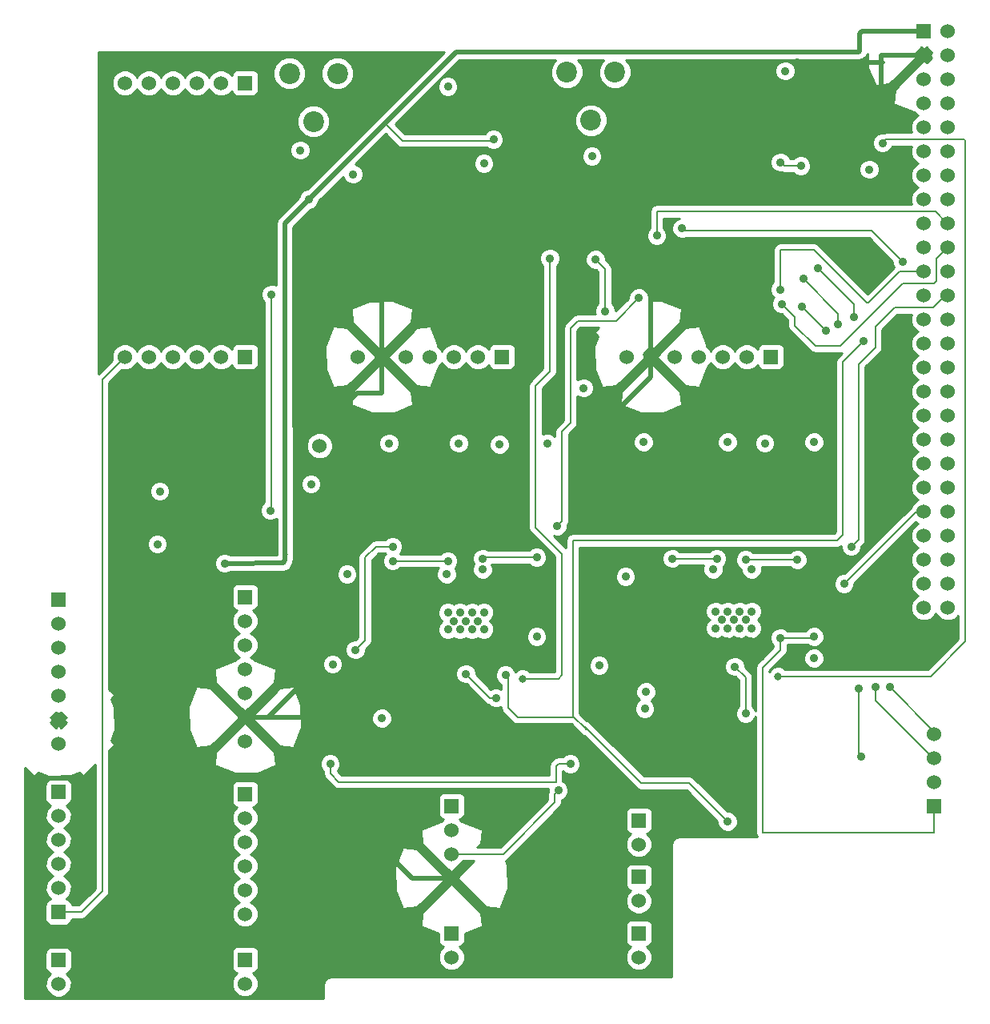
<source format=gbr>
G04 (created by PCBNEW (2013-05-18 BZR 4017)-stable) date Wed 14 Jan 2015 22:46:58 GMT*
%MOIN*%
G04 Gerber Fmt 3.4, Leading zero omitted, Abs format*
%FSLAX34Y34*%
G01*
G70*
G90*
G04 APERTURE LIST*
%ADD10C,0.00590551*%
%ADD11C,0.0315*%
%ADD12C,0.06*%
%ADD13R,0.06X0.06*%
%ADD14C,0.0866*%
%ADD15C,0.0354*%
%ADD16C,0.035*%
%ADD17C,0.008*%
%ADD18C,0.0198*%
%ADD19C,0.01*%
G04 APERTURE END LIST*
G54D10*
G54D11*
X52150Y-46600D03*
X62800Y-46500D03*
G54D12*
X43708Y-36904D03*
G54D13*
X40600Y-43200D03*
G54D12*
X40600Y-44200D03*
X40600Y-45200D03*
X40600Y-46200D03*
X40600Y-47200D03*
X40600Y-48200D03*
X40600Y-49200D03*
G54D13*
X32829Y-43313D03*
G54D12*
X32829Y-44313D03*
X32829Y-45313D03*
X32829Y-46313D03*
X32829Y-47313D03*
X32829Y-48313D03*
X32829Y-49313D03*
G54D13*
X62500Y-33200D03*
G54D12*
X61500Y-33200D03*
X60500Y-33200D03*
X59500Y-33200D03*
X58500Y-33200D03*
X57500Y-33200D03*
X56500Y-33200D03*
G54D13*
X51300Y-33200D03*
G54D12*
X50300Y-33200D03*
X49300Y-33200D03*
X48300Y-33200D03*
X47300Y-33200D03*
X46300Y-33200D03*
X45300Y-33200D03*
G54D13*
X40600Y-21800D03*
G54D12*
X39600Y-21800D03*
X38600Y-21800D03*
X37600Y-21800D03*
X36600Y-21800D03*
X35600Y-21800D03*
G54D13*
X69300Y-51900D03*
G54D12*
X69300Y-50900D03*
X69300Y-49900D03*
X69300Y-48900D03*
G54D13*
X49200Y-51900D03*
G54D12*
X49200Y-52900D03*
X49200Y-53900D03*
X49200Y-54900D03*
G54D13*
X32829Y-58313D03*
G54D12*
X32829Y-59313D03*
G54D13*
X57000Y-57200D03*
G54D12*
X57000Y-58200D03*
G54D13*
X57000Y-54850D03*
G54D12*
X57000Y-55850D03*
G54D13*
X57000Y-52500D03*
G54D12*
X57000Y-53500D03*
G54D13*
X68874Y-19639D03*
G54D12*
X69874Y-19639D03*
X68874Y-24639D03*
X69874Y-20639D03*
X68874Y-25639D03*
X69874Y-21639D03*
X68874Y-26639D03*
X69874Y-22639D03*
X68874Y-27639D03*
X69874Y-23639D03*
X68874Y-28639D03*
X69874Y-24639D03*
X68874Y-29639D03*
X69874Y-25639D03*
X68874Y-30639D03*
X69874Y-26639D03*
X68874Y-31639D03*
X69874Y-27639D03*
X68874Y-32639D03*
X69874Y-28639D03*
X68874Y-33639D03*
X69874Y-29639D03*
X68874Y-34639D03*
X69874Y-30639D03*
X69874Y-31639D03*
X68874Y-35639D03*
X69874Y-32639D03*
X69874Y-34639D03*
X69874Y-35639D03*
X69874Y-36639D03*
X69874Y-37639D03*
X68874Y-36639D03*
X68874Y-37639D03*
X68874Y-20639D03*
X68874Y-21639D03*
X68874Y-22639D03*
X68874Y-23639D03*
X68874Y-38639D03*
X69874Y-38639D03*
X69874Y-33639D03*
X68874Y-39639D03*
X69874Y-39639D03*
X68874Y-40639D03*
X69874Y-40639D03*
X68874Y-41639D03*
X69874Y-41639D03*
X68874Y-42639D03*
X69874Y-42639D03*
X68874Y-43639D03*
X69874Y-43639D03*
G54D13*
X32829Y-51313D03*
G54D12*
X32829Y-52313D03*
X32829Y-53313D03*
X32829Y-54313D03*
G54D13*
X32829Y-56313D03*
G54D12*
X32829Y-55313D03*
G54D13*
X40600Y-33200D03*
G54D12*
X39600Y-33200D03*
X38600Y-33200D03*
X37600Y-33200D03*
X36600Y-33200D03*
X35600Y-33200D03*
G54D13*
X40600Y-51400D03*
G54D12*
X40600Y-52400D03*
X40600Y-53400D03*
X40600Y-54400D03*
X40600Y-55400D03*
X40600Y-56400D03*
G54D13*
X40600Y-58300D03*
G54D12*
X40600Y-59300D03*
G54D14*
X43450Y-23400D03*
X44450Y-21400D03*
X42450Y-21400D03*
X55000Y-23350D03*
X56000Y-21350D03*
X54000Y-21350D03*
G54D15*
X49050Y-43850D03*
X49550Y-43850D03*
X50050Y-43850D03*
X50550Y-43850D03*
X49300Y-44200D03*
X49800Y-44200D03*
X50300Y-44200D03*
X49050Y-44550D03*
X49550Y-44550D03*
X50050Y-44550D03*
X50550Y-44550D03*
X60200Y-43800D03*
X60700Y-43800D03*
X61200Y-43800D03*
X61700Y-43800D03*
X60450Y-44150D03*
X60950Y-44150D03*
X61450Y-44150D03*
X60200Y-44500D03*
X60700Y-44500D03*
X61200Y-44500D03*
X61700Y-44500D03*
G54D13*
X49200Y-57200D03*
G54D12*
X49200Y-58200D03*
G54D16*
X51800Y-24200D03*
X53000Y-50350D03*
X44800Y-48200D03*
X49550Y-49800D03*
X49550Y-48000D03*
X50800Y-48000D03*
X49800Y-47250D03*
X42750Y-40700D03*
X61050Y-48750D03*
X60900Y-46800D03*
X60650Y-49750D03*
X60600Y-47400D03*
X66750Y-26500D03*
X62400Y-26500D03*
X63600Y-20950D03*
X44100Y-35850D03*
X44200Y-28650D03*
X54450Y-37100D03*
X50950Y-24150D03*
X39750Y-41800D03*
X43250Y-26650D03*
X65300Y-31850D03*
X63850Y-29950D03*
X66150Y-47000D03*
X66250Y-49850D03*
X65550Y-42650D03*
X53650Y-51250D03*
X65950Y-31550D03*
X64450Y-29500D03*
X55600Y-31300D03*
X55200Y-29150D03*
X57750Y-28150D03*
X67150Y-24300D03*
X63800Y-31100D03*
X62900Y-44900D03*
X64300Y-44850D03*
X64800Y-32100D03*
X53600Y-40250D03*
X62950Y-31000D03*
X57000Y-30750D03*
X54150Y-50150D03*
X65850Y-41100D03*
X44150Y-50150D03*
X46750Y-41100D03*
X45200Y-45400D03*
X41650Y-39600D03*
X41700Y-30600D03*
X62900Y-30400D03*
X62900Y-25100D03*
X53300Y-29100D03*
X63750Y-25250D03*
X60700Y-52550D03*
X51450Y-46450D03*
X66350Y-32550D03*
X66850Y-46950D03*
X67450Y-46950D03*
X49050Y-21950D03*
X55050Y-24850D03*
X62250Y-36800D03*
X60700Y-36750D03*
X64300Y-36750D03*
X57200Y-36750D03*
X51200Y-36850D03*
X49500Y-36800D03*
X46600Y-36800D03*
X53200Y-36800D03*
X46300Y-48250D03*
X52750Y-44850D03*
X44850Y-42250D03*
X36950Y-41000D03*
X43350Y-38500D03*
X64300Y-45750D03*
X66600Y-25400D03*
X63100Y-21300D03*
X42900Y-24600D03*
X57250Y-47850D03*
X56450Y-42350D03*
X45100Y-25600D03*
X54700Y-34500D03*
X58400Y-41600D03*
X60250Y-41600D03*
X63600Y-41650D03*
X61450Y-41650D03*
X50500Y-41600D03*
X52750Y-41550D03*
X46750Y-41700D03*
X49050Y-41700D03*
X51050Y-47400D03*
X49800Y-46400D03*
X61450Y-48050D03*
X61000Y-46100D03*
X68000Y-29250D03*
X58800Y-27850D03*
X50550Y-25150D03*
X57300Y-47150D03*
X50500Y-42050D03*
X49000Y-42250D03*
X44250Y-46000D03*
X55350Y-46050D03*
X37050Y-38800D03*
X61700Y-42050D03*
X60100Y-42050D03*
G54D17*
X51800Y-24200D02*
X51800Y-26550D01*
G54D18*
X43250Y-48200D02*
X43250Y-50600D01*
X47550Y-54900D02*
X49200Y-54900D01*
X43250Y-50600D02*
X47550Y-54900D01*
X57097Y-29199D02*
X57097Y-29397D01*
X57500Y-29800D02*
X57200Y-29500D01*
X57500Y-33200D02*
X57500Y-29800D01*
X57100Y-26600D02*
X57200Y-26500D01*
X57100Y-26600D02*
X57097Y-29199D01*
X57097Y-29397D02*
X57200Y-29500D01*
X57200Y-26500D02*
X55300Y-26500D01*
X55300Y-26500D02*
X55250Y-26550D01*
X55250Y-26550D02*
X51800Y-26550D01*
X51800Y-26550D02*
X46300Y-26550D01*
X46300Y-26550D02*
X46300Y-28700D01*
X44800Y-48200D02*
X44800Y-50300D01*
X44850Y-50350D02*
X53000Y-50350D01*
X44800Y-50300D02*
X44850Y-50350D01*
X44800Y-48200D02*
X43250Y-48200D01*
X43250Y-48200D02*
X41450Y-48200D01*
G54D17*
X49550Y-48000D02*
X49550Y-49800D01*
X50800Y-48000D02*
X50050Y-47250D01*
X50050Y-47250D02*
X49800Y-47250D01*
G54D18*
X40600Y-48200D02*
X41450Y-48200D01*
X41450Y-48200D02*
X41550Y-48200D01*
X42750Y-47000D02*
X42750Y-40700D01*
X41550Y-48200D02*
X42750Y-47000D01*
X63600Y-20950D02*
X67100Y-20950D01*
X67100Y-20950D02*
X67150Y-20950D01*
X67150Y-20950D02*
X67100Y-20950D01*
X62400Y-23350D02*
X67100Y-23350D01*
X62400Y-26500D02*
X62400Y-23350D01*
X67100Y-23350D02*
X67100Y-20950D01*
X67100Y-20650D02*
X67100Y-20639D01*
X67100Y-20950D02*
X67100Y-20639D01*
X67100Y-20639D02*
X67189Y-20650D01*
X67189Y-20650D02*
X67100Y-20650D01*
X62400Y-26500D02*
X57200Y-26500D01*
X44100Y-35850D02*
X43300Y-35850D01*
X43300Y-35850D02*
X42750Y-36400D01*
X42750Y-36400D02*
X42750Y-40700D01*
G54D17*
X61050Y-46950D02*
X61050Y-48750D01*
X60900Y-46800D02*
X61050Y-46950D01*
X60650Y-47450D02*
X60650Y-49750D01*
X60600Y-47400D02*
X60650Y-47450D01*
G54D18*
X62400Y-26500D02*
X66750Y-26500D01*
X68874Y-20639D02*
X67100Y-20639D01*
X44100Y-35850D02*
X45250Y-34700D01*
X45250Y-34700D02*
X46300Y-34700D01*
X46300Y-34700D02*
X46300Y-33200D01*
X46300Y-33200D02*
X46300Y-28700D01*
X46300Y-28700D02*
X46300Y-28650D01*
X46350Y-28650D02*
X44200Y-28650D01*
X54400Y-37050D02*
X54400Y-37150D01*
X54450Y-37100D02*
X54400Y-37050D01*
X57500Y-33200D02*
X57500Y-34050D01*
X57500Y-34050D02*
X54400Y-37150D01*
G54D17*
X47150Y-24200D02*
X46425Y-23475D01*
X50900Y-24200D02*
X47150Y-24200D01*
X50950Y-24150D02*
X50900Y-24200D01*
G54D18*
X39750Y-41800D02*
X42200Y-41790D01*
X42200Y-41790D02*
X42266Y-41627D01*
G54D17*
X42266Y-41627D02*
X42350Y-41400D01*
X42350Y-41400D02*
X42266Y-41627D01*
G54D18*
X68874Y-19639D02*
X66311Y-19639D01*
X49400Y-20500D02*
X46425Y-23475D01*
X46425Y-23475D02*
X43250Y-26650D01*
X66150Y-20500D02*
X49400Y-20500D01*
X66200Y-20450D02*
X66150Y-20500D01*
X66200Y-19750D02*
X66200Y-20450D01*
X66311Y-19639D02*
X66200Y-19750D01*
X42250Y-30850D02*
X42250Y-27649D01*
X42250Y-27649D02*
X43250Y-26650D01*
X42266Y-41627D02*
X42266Y-41627D01*
X42266Y-41627D02*
X42250Y-30850D01*
X42250Y-30850D02*
X42250Y-30850D01*
G54D17*
X65300Y-31400D02*
X65300Y-31850D01*
X63850Y-29950D02*
X65300Y-31400D01*
X66150Y-49750D02*
X66150Y-47000D01*
X66250Y-49850D02*
X66150Y-49750D01*
X68561Y-39639D02*
X65550Y-42650D01*
X68874Y-39639D02*
X68561Y-39639D01*
X51350Y-53900D02*
X49200Y-53900D01*
X53500Y-51750D02*
X51350Y-53900D01*
X53500Y-51400D02*
X53500Y-51750D01*
X53650Y-51250D02*
X53500Y-51400D01*
X65950Y-31000D02*
X65950Y-31550D01*
X64450Y-29500D02*
X65950Y-31000D01*
X55600Y-29550D02*
X55600Y-31300D01*
X55200Y-29150D02*
X55600Y-29550D01*
X57750Y-28150D02*
X57750Y-27150D01*
X57750Y-27150D02*
X64600Y-27150D01*
X69874Y-27639D02*
X69839Y-27639D01*
X69839Y-27639D02*
X69350Y-27150D01*
X69350Y-27150D02*
X64600Y-27150D01*
X64600Y-27150D02*
X64550Y-27150D01*
X67150Y-24300D02*
X67300Y-24150D01*
X69150Y-46500D02*
X67148Y-46500D01*
X70600Y-45050D02*
X69150Y-46500D01*
X70600Y-24200D02*
X70600Y-45050D01*
X70550Y-24150D02*
X70600Y-24200D01*
X67300Y-24150D02*
X70550Y-24150D01*
X65450Y-46500D02*
X65550Y-46500D01*
X65450Y-46500D02*
X62800Y-46500D01*
X65550Y-46500D02*
X67148Y-46500D01*
X69300Y-51900D02*
X69300Y-53000D01*
X62150Y-53000D02*
X62150Y-52050D01*
X69300Y-53000D02*
X62150Y-53000D01*
X62900Y-45400D02*
X62150Y-46150D01*
X62150Y-46150D02*
X62150Y-52050D01*
X62150Y-52050D02*
X62150Y-52200D01*
X62900Y-44900D02*
X62900Y-45400D01*
X63800Y-31100D02*
X64800Y-32100D01*
X64250Y-44900D02*
X62900Y-44900D01*
X64300Y-44850D02*
X64250Y-44900D01*
X54150Y-35950D02*
X54150Y-32000D01*
X53600Y-40250D02*
X53800Y-40050D01*
X53800Y-40050D02*
X53800Y-36300D01*
X53800Y-36300D02*
X54150Y-35950D01*
X69400Y-29113D02*
X69874Y-28639D01*
X69400Y-30050D02*
X69400Y-29113D01*
X69300Y-30150D02*
X69400Y-30050D01*
X68000Y-30150D02*
X69300Y-30150D01*
X65400Y-32750D02*
X68000Y-30150D01*
X64350Y-32750D02*
X65400Y-32750D01*
X63500Y-31900D02*
X64350Y-32750D01*
X63500Y-31550D02*
X63500Y-31900D01*
X62950Y-31000D02*
X63500Y-31550D01*
X56050Y-31700D02*
X57000Y-30750D01*
X54450Y-31700D02*
X56050Y-31700D01*
X54150Y-32000D02*
X54450Y-31700D01*
X44500Y-50900D02*
X53550Y-50900D01*
X44150Y-50150D02*
X44150Y-50550D01*
X44150Y-50550D02*
X44500Y-50900D01*
X53650Y-50150D02*
X53550Y-50250D01*
X53550Y-50250D02*
X53550Y-50800D01*
X53550Y-50800D02*
X53550Y-50900D01*
X53650Y-50150D02*
X54150Y-50150D01*
X69874Y-30639D02*
X69761Y-30639D01*
X66150Y-40800D02*
X65850Y-41100D01*
X66150Y-33500D02*
X66150Y-40800D01*
X66850Y-32800D02*
X66150Y-33500D01*
X66850Y-31950D02*
X66850Y-32800D01*
X67650Y-31150D02*
X66850Y-31950D01*
X69250Y-31150D02*
X67650Y-31150D01*
X69761Y-30639D02*
X69250Y-31150D01*
X44150Y-50150D02*
X44100Y-50200D01*
X46050Y-41100D02*
X46750Y-41100D01*
X45600Y-41550D02*
X46050Y-41100D01*
X45600Y-45000D02*
X45600Y-41550D01*
X45200Y-45400D02*
X45600Y-45000D01*
X67850Y-29650D02*
X68863Y-29650D01*
X64300Y-28750D02*
X66500Y-30950D01*
X66500Y-30950D02*
X66550Y-30950D01*
X66550Y-30950D02*
X67850Y-29650D01*
X62900Y-28750D02*
X64300Y-28750D01*
X68863Y-29650D02*
X68874Y-29639D01*
X41650Y-39600D02*
X41700Y-39550D01*
X41700Y-39550D02*
X41700Y-30600D01*
X62900Y-30400D02*
X62900Y-28750D01*
X52700Y-37250D02*
X52700Y-34400D01*
X53300Y-33700D02*
X53300Y-29100D01*
X63050Y-25250D02*
X63750Y-25250D01*
X62900Y-25100D02*
X63050Y-25250D01*
X53300Y-33800D02*
X53300Y-33700D01*
X52700Y-34400D02*
X53300Y-33800D01*
X52700Y-37350D02*
X52700Y-37250D01*
X52700Y-37250D02*
X52700Y-37200D01*
X53800Y-41400D02*
X52700Y-40300D01*
X52700Y-40300D02*
X52700Y-37350D01*
X53650Y-46600D02*
X53800Y-46450D01*
X53650Y-46600D02*
X52150Y-46600D01*
X53800Y-46450D02*
X53800Y-41400D01*
X54750Y-48600D02*
X54750Y-48650D01*
X57100Y-50950D02*
X54750Y-48600D01*
X59100Y-50950D02*
X57100Y-50950D01*
X60700Y-52550D02*
X59100Y-50950D01*
X51450Y-46450D02*
X51550Y-46550D01*
X51550Y-46550D02*
X51550Y-47800D01*
X51550Y-47800D02*
X51950Y-48200D01*
X51950Y-48200D02*
X54300Y-48200D01*
X54300Y-48200D02*
X54750Y-48650D01*
X54750Y-48650D02*
X54800Y-48700D01*
X54250Y-41000D02*
X54250Y-48200D01*
X54250Y-40850D02*
X54250Y-41000D01*
X65250Y-40850D02*
X54250Y-40850D01*
X65500Y-40600D02*
X65250Y-40850D01*
X65500Y-33400D02*
X65500Y-40600D01*
X66350Y-32550D02*
X65500Y-33400D01*
X69300Y-49900D02*
X69250Y-49900D01*
X69250Y-49900D02*
X66850Y-47500D01*
X66850Y-47500D02*
X66850Y-46950D01*
X69300Y-48900D02*
X69300Y-48800D01*
X69300Y-48800D02*
X67450Y-46950D01*
X60250Y-41600D02*
X58400Y-41600D01*
X61450Y-41650D02*
X63600Y-41650D01*
X50500Y-41600D02*
X50550Y-41550D01*
X50550Y-41550D02*
X52750Y-41550D01*
X46750Y-41700D02*
X49050Y-41700D01*
X50800Y-47400D02*
X51050Y-47400D01*
X49800Y-46400D02*
X50800Y-47400D01*
X61450Y-46550D02*
X61450Y-48050D01*
X61000Y-46100D02*
X61450Y-46550D01*
X64600Y-27950D02*
X58900Y-27950D01*
X68000Y-29250D02*
X66700Y-27950D01*
X66700Y-27950D02*
X64600Y-27950D01*
X58900Y-27950D02*
X58800Y-27850D01*
X32829Y-56313D02*
X33787Y-56313D01*
X34650Y-34150D02*
X35600Y-33200D01*
X34650Y-55450D02*
X34650Y-34150D01*
X33787Y-56313D02*
X34650Y-55450D01*
G54D10*
G36*
X33147Y-48419D02*
X32935Y-48631D01*
X32829Y-48525D01*
X32722Y-48631D01*
X32510Y-48419D01*
X32616Y-48313D01*
X32510Y-48206D01*
X32722Y-47994D01*
X32829Y-48100D01*
X32935Y-47994D01*
X33147Y-48206D01*
X33041Y-48313D01*
X33147Y-48419D01*
X33147Y-48419D01*
G37*
G54D19*
X33147Y-48419D02*
X32935Y-48631D01*
X32829Y-48525D01*
X32722Y-48631D01*
X32510Y-48419D01*
X32616Y-48313D01*
X32510Y-48206D01*
X32722Y-47994D01*
X32829Y-48100D01*
X32935Y-47994D01*
X33147Y-48206D01*
X33041Y-48313D01*
X33147Y-48419D01*
G54D10*
G36*
X70310Y-44929D02*
X69029Y-46210D01*
X67148Y-46210D01*
X65550Y-46210D01*
X65450Y-46210D01*
X64725Y-46210D01*
X64725Y-45665D01*
X64660Y-45509D01*
X64541Y-45389D01*
X64384Y-45325D01*
X64215Y-45324D01*
X64059Y-45389D01*
X63939Y-45508D01*
X63875Y-45665D01*
X63874Y-45834D01*
X63939Y-45990D01*
X64058Y-46110D01*
X64215Y-46174D01*
X64384Y-46175D01*
X64540Y-46110D01*
X64660Y-45991D01*
X64724Y-45834D01*
X64725Y-45665D01*
X64725Y-46210D01*
X63086Y-46210D01*
X63031Y-46154D01*
X62881Y-46092D01*
X62719Y-46092D01*
X62569Y-46154D01*
X62454Y-46268D01*
X62440Y-46304D01*
X62440Y-46270D01*
X63105Y-45605D01*
X63105Y-45605D01*
X63105Y-45605D01*
X63167Y-45510D01*
X63190Y-45400D01*
X63189Y-45400D01*
X63190Y-45400D01*
X63190Y-45211D01*
X63211Y-45190D01*
X64038Y-45190D01*
X64058Y-45210D01*
X64215Y-45274D01*
X64384Y-45275D01*
X64540Y-45210D01*
X64660Y-45091D01*
X64724Y-44934D01*
X64725Y-44765D01*
X64660Y-44609D01*
X64541Y-44489D01*
X64384Y-44425D01*
X64215Y-44424D01*
X64059Y-44489D01*
X64025Y-44523D01*
X64025Y-41565D01*
X63960Y-41409D01*
X63841Y-41289D01*
X63684Y-41225D01*
X63515Y-41224D01*
X63359Y-41289D01*
X63288Y-41360D01*
X61761Y-41360D01*
X61691Y-41289D01*
X61534Y-41225D01*
X61365Y-41224D01*
X61209Y-41289D01*
X61089Y-41408D01*
X61025Y-41565D01*
X61024Y-41734D01*
X61089Y-41890D01*
X61208Y-42010D01*
X61275Y-42037D01*
X61274Y-42134D01*
X61339Y-42290D01*
X61458Y-42410D01*
X61615Y-42474D01*
X61784Y-42475D01*
X61940Y-42410D01*
X62060Y-42291D01*
X62124Y-42134D01*
X62125Y-41965D01*
X62114Y-41940D01*
X63288Y-41940D01*
X63358Y-42010D01*
X63515Y-42074D01*
X63684Y-42075D01*
X63840Y-42010D01*
X63960Y-41891D01*
X64024Y-41734D01*
X64025Y-41565D01*
X64025Y-44523D01*
X63939Y-44608D01*
X63939Y-44610D01*
X63211Y-44610D01*
X63141Y-44539D01*
X62984Y-44475D01*
X62815Y-44474D01*
X62659Y-44539D01*
X62539Y-44658D01*
X62475Y-44815D01*
X62474Y-44984D01*
X62539Y-45140D01*
X62610Y-45211D01*
X62610Y-45279D01*
X62127Y-45762D01*
X62127Y-44415D01*
X62062Y-44258D01*
X61953Y-44149D01*
X62061Y-44042D01*
X62126Y-43885D01*
X62127Y-43715D01*
X62062Y-43558D01*
X61942Y-43438D01*
X61785Y-43373D01*
X61615Y-43372D01*
X61458Y-43437D01*
X61450Y-43446D01*
X61442Y-43438D01*
X61285Y-43373D01*
X61115Y-43372D01*
X60958Y-43437D01*
X60950Y-43446D01*
X60942Y-43438D01*
X60785Y-43373D01*
X60675Y-43372D01*
X60675Y-41515D01*
X60610Y-41359D01*
X60491Y-41239D01*
X60334Y-41175D01*
X60165Y-41174D01*
X60009Y-41239D01*
X59938Y-41310D01*
X58711Y-41310D01*
X58641Y-41239D01*
X58484Y-41175D01*
X58315Y-41174D01*
X58159Y-41239D01*
X58039Y-41358D01*
X57975Y-41515D01*
X57974Y-41684D01*
X58039Y-41840D01*
X58158Y-41960D01*
X58315Y-42024D01*
X58484Y-42025D01*
X58640Y-41960D01*
X58711Y-41890D01*
X59706Y-41890D01*
X59675Y-41965D01*
X59674Y-42134D01*
X59739Y-42290D01*
X59858Y-42410D01*
X60015Y-42474D01*
X60184Y-42475D01*
X60340Y-42410D01*
X60460Y-42291D01*
X60524Y-42134D01*
X60525Y-41965D01*
X60513Y-41937D01*
X60610Y-41841D01*
X60674Y-41684D01*
X60675Y-41515D01*
X60675Y-43372D01*
X60615Y-43372D01*
X60458Y-43437D01*
X60450Y-43446D01*
X60442Y-43438D01*
X60285Y-43373D01*
X60115Y-43372D01*
X59958Y-43437D01*
X59838Y-43557D01*
X59773Y-43714D01*
X59772Y-43884D01*
X59837Y-44041D01*
X59946Y-44150D01*
X59838Y-44257D01*
X59773Y-44414D01*
X59772Y-44584D01*
X59837Y-44741D01*
X59957Y-44861D01*
X60114Y-44926D01*
X60284Y-44927D01*
X60441Y-44862D01*
X60449Y-44853D01*
X60457Y-44861D01*
X60614Y-44926D01*
X60784Y-44927D01*
X60941Y-44862D01*
X60949Y-44853D01*
X60957Y-44861D01*
X61114Y-44926D01*
X61284Y-44927D01*
X61441Y-44862D01*
X61449Y-44853D01*
X61457Y-44861D01*
X61614Y-44926D01*
X61784Y-44927D01*
X61941Y-44862D01*
X62061Y-44742D01*
X62126Y-44585D01*
X62127Y-44415D01*
X62127Y-45762D01*
X61944Y-45944D01*
X61882Y-46039D01*
X61860Y-46150D01*
X61860Y-47929D01*
X61810Y-47809D01*
X61740Y-47738D01*
X61740Y-46550D01*
X61717Y-46439D01*
X61655Y-46344D01*
X61424Y-46114D01*
X61425Y-46015D01*
X61360Y-45859D01*
X61241Y-45739D01*
X61084Y-45675D01*
X60915Y-45674D01*
X60759Y-45739D01*
X60639Y-45858D01*
X60575Y-46015D01*
X60574Y-46184D01*
X60639Y-46340D01*
X60758Y-46460D01*
X60915Y-46524D01*
X61014Y-46525D01*
X61160Y-46670D01*
X61160Y-47738D01*
X61089Y-47808D01*
X61025Y-47965D01*
X61024Y-48134D01*
X61089Y-48290D01*
X61208Y-48410D01*
X61365Y-48474D01*
X61534Y-48475D01*
X61690Y-48410D01*
X61810Y-48291D01*
X61860Y-48170D01*
X61860Y-52050D01*
X61860Y-52200D01*
X61860Y-53000D01*
X61882Y-53110D01*
X61917Y-53164D01*
X58760Y-53164D01*
X58702Y-53175D01*
X58700Y-53175D01*
X58575Y-53199D01*
X58470Y-53270D01*
X58399Y-53375D01*
X58375Y-53500D01*
X58375Y-59025D01*
X57550Y-59025D01*
X57550Y-58091D01*
X57550Y-55741D01*
X57550Y-53391D01*
X57466Y-53188D01*
X57327Y-53050D01*
X57349Y-53050D01*
X57441Y-53012D01*
X57511Y-52941D01*
X57549Y-52849D01*
X57550Y-52750D01*
X57550Y-52150D01*
X57512Y-52058D01*
X57441Y-51988D01*
X57349Y-51950D01*
X57250Y-51949D01*
X56650Y-51949D01*
X56558Y-51987D01*
X56488Y-52058D01*
X56450Y-52150D01*
X56449Y-52249D01*
X56449Y-52849D01*
X56487Y-52941D01*
X56558Y-53011D01*
X56650Y-53049D01*
X56672Y-53049D01*
X56534Y-53188D01*
X56450Y-53390D01*
X56449Y-53608D01*
X56533Y-53811D01*
X56688Y-53965D01*
X56890Y-54049D01*
X57108Y-54050D01*
X57311Y-53966D01*
X57465Y-53811D01*
X57549Y-53609D01*
X57550Y-53391D01*
X57550Y-55741D01*
X57466Y-55538D01*
X57327Y-55400D01*
X57349Y-55400D01*
X57441Y-55362D01*
X57511Y-55291D01*
X57549Y-55199D01*
X57550Y-55100D01*
X57550Y-54500D01*
X57512Y-54408D01*
X57441Y-54338D01*
X57349Y-54300D01*
X57250Y-54299D01*
X56650Y-54299D01*
X56558Y-54337D01*
X56488Y-54408D01*
X56450Y-54500D01*
X56449Y-54599D01*
X56449Y-55199D01*
X56487Y-55291D01*
X56558Y-55361D01*
X56650Y-55399D01*
X56672Y-55399D01*
X56534Y-55538D01*
X56450Y-55740D01*
X56449Y-55958D01*
X56533Y-56161D01*
X56688Y-56315D01*
X56890Y-56399D01*
X57108Y-56400D01*
X57311Y-56316D01*
X57465Y-56161D01*
X57549Y-55959D01*
X57550Y-55741D01*
X57550Y-58091D01*
X57466Y-57888D01*
X57327Y-57750D01*
X57349Y-57750D01*
X57441Y-57712D01*
X57511Y-57641D01*
X57549Y-57549D01*
X57550Y-57450D01*
X57550Y-56850D01*
X57512Y-56758D01*
X57441Y-56688D01*
X57349Y-56650D01*
X57250Y-56649D01*
X56650Y-56649D01*
X56558Y-56687D01*
X56488Y-56758D01*
X56450Y-56850D01*
X56449Y-56949D01*
X56449Y-57549D01*
X56487Y-57641D01*
X56558Y-57711D01*
X56650Y-57749D01*
X56672Y-57749D01*
X56534Y-57888D01*
X56450Y-58090D01*
X56449Y-58308D01*
X56533Y-58511D01*
X56688Y-58665D01*
X56890Y-58749D01*
X57108Y-58750D01*
X57311Y-58666D01*
X57465Y-58511D01*
X57549Y-58309D01*
X57550Y-58091D01*
X57550Y-59025D01*
X54575Y-59025D01*
X54575Y-50065D01*
X54510Y-49909D01*
X54391Y-49789D01*
X54234Y-49725D01*
X54065Y-49724D01*
X53909Y-49789D01*
X53838Y-49860D01*
X53650Y-49860D01*
X53539Y-49882D01*
X53444Y-49944D01*
X53344Y-50044D01*
X53282Y-50139D01*
X53260Y-50250D01*
X53260Y-50610D01*
X46725Y-50610D01*
X46725Y-48165D01*
X46660Y-48009D01*
X46541Y-47889D01*
X46384Y-47825D01*
X46215Y-47824D01*
X46059Y-47889D01*
X45939Y-48008D01*
X45875Y-48165D01*
X45874Y-48334D01*
X45939Y-48490D01*
X46058Y-48610D01*
X46215Y-48674D01*
X46384Y-48675D01*
X46540Y-48610D01*
X46660Y-48491D01*
X46724Y-48334D01*
X46725Y-48165D01*
X46725Y-50610D01*
X44675Y-50610D01*
X44675Y-45915D01*
X44610Y-45759D01*
X44491Y-45639D01*
X44334Y-45575D01*
X44258Y-45575D01*
X44258Y-36795D01*
X44174Y-36592D01*
X44019Y-36438D01*
X43817Y-36354D01*
X43599Y-36353D01*
X43396Y-36437D01*
X43242Y-36592D01*
X43158Y-36794D01*
X43157Y-37012D01*
X43241Y-37215D01*
X43396Y-37369D01*
X43598Y-37453D01*
X43816Y-37454D01*
X44019Y-37370D01*
X44173Y-37215D01*
X44257Y-37013D01*
X44258Y-36795D01*
X44258Y-45575D01*
X44165Y-45574D01*
X44009Y-45639D01*
X43889Y-45758D01*
X43825Y-45915D01*
X43824Y-46084D01*
X43889Y-46240D01*
X44008Y-46360D01*
X44165Y-46424D01*
X44334Y-46425D01*
X44490Y-46360D01*
X44610Y-46241D01*
X44674Y-46084D01*
X44675Y-45915D01*
X44675Y-50610D01*
X44620Y-50610D01*
X44455Y-50445D01*
X44510Y-50391D01*
X44574Y-50234D01*
X44575Y-50065D01*
X44510Y-49909D01*
X44391Y-49789D01*
X44234Y-49725D01*
X44065Y-49724D01*
X43909Y-49789D01*
X43789Y-49908D01*
X43775Y-49944D01*
X43775Y-38415D01*
X43710Y-38259D01*
X43591Y-38139D01*
X43434Y-38075D01*
X43265Y-38074D01*
X43109Y-38139D01*
X42989Y-38258D01*
X42925Y-38415D01*
X42924Y-38584D01*
X42989Y-38740D01*
X43108Y-38860D01*
X43265Y-38924D01*
X43434Y-38925D01*
X43590Y-38860D01*
X43710Y-38741D01*
X43774Y-38584D01*
X43775Y-38415D01*
X43775Y-49944D01*
X43725Y-50065D01*
X43724Y-50234D01*
X43789Y-50390D01*
X43860Y-50461D01*
X43860Y-50550D01*
X43882Y-50660D01*
X43944Y-50755D01*
X44294Y-51105D01*
X44294Y-51105D01*
X44389Y-51167D01*
X44499Y-51190D01*
X44499Y-51189D01*
X44500Y-51190D01*
X53225Y-51190D01*
X53224Y-51324D01*
X53210Y-51400D01*
X53210Y-51629D01*
X51229Y-53610D01*
X50277Y-53610D01*
X50421Y-53466D01*
X50484Y-52877D01*
X49620Y-52542D01*
X49527Y-52450D01*
X49549Y-52450D01*
X49641Y-52412D01*
X49711Y-52341D01*
X49749Y-52249D01*
X49750Y-52150D01*
X49750Y-51550D01*
X49712Y-51458D01*
X49641Y-51388D01*
X49549Y-51350D01*
X49450Y-51349D01*
X48850Y-51349D01*
X48758Y-51387D01*
X48688Y-51458D01*
X48650Y-51550D01*
X48649Y-51649D01*
X48649Y-52249D01*
X48687Y-52341D01*
X48758Y-52411D01*
X48850Y-52449D01*
X48872Y-52449D01*
X48762Y-52559D01*
X48677Y-52561D01*
X47915Y-52877D01*
X47978Y-53466D01*
X49200Y-54687D01*
X49697Y-54190D01*
X50122Y-54190D01*
X49412Y-54900D01*
X50633Y-56121D01*
X51222Y-56184D01*
X51560Y-55312D01*
X51538Y-54377D01*
X51452Y-54169D01*
X51460Y-54167D01*
X51555Y-54105D01*
X53705Y-51955D01*
X53767Y-51860D01*
X53790Y-51750D01*
X53790Y-51652D01*
X53890Y-51610D01*
X54010Y-51491D01*
X54074Y-51334D01*
X54075Y-51165D01*
X54010Y-51009D01*
X53891Y-50889D01*
X53840Y-50868D01*
X53840Y-50800D01*
X53840Y-50441D01*
X53908Y-50510D01*
X54065Y-50574D01*
X54234Y-50575D01*
X54390Y-50510D01*
X54510Y-50391D01*
X54574Y-50234D01*
X54575Y-50065D01*
X54575Y-59025D01*
X50484Y-59025D01*
X50484Y-56922D01*
X50421Y-56333D01*
X49200Y-55112D01*
X48987Y-55324D01*
X48987Y-54900D01*
X47766Y-53678D01*
X47177Y-53615D01*
X46839Y-54487D01*
X46861Y-55422D01*
X47177Y-56184D01*
X47766Y-56121D01*
X48987Y-54900D01*
X48987Y-55324D01*
X47978Y-56333D01*
X47915Y-56922D01*
X48649Y-57206D01*
X48649Y-57549D01*
X48687Y-57641D01*
X48758Y-57711D01*
X48850Y-57749D01*
X48872Y-57749D01*
X48734Y-57888D01*
X48650Y-58090D01*
X48649Y-58308D01*
X48733Y-58511D01*
X48888Y-58665D01*
X49090Y-58749D01*
X49308Y-58750D01*
X49511Y-58666D01*
X49665Y-58511D01*
X49749Y-58309D01*
X49750Y-58091D01*
X49666Y-57888D01*
X49527Y-57750D01*
X49549Y-57750D01*
X49641Y-57712D01*
X49711Y-57641D01*
X49749Y-57549D01*
X49750Y-57450D01*
X49750Y-57226D01*
X50484Y-56922D01*
X50484Y-59025D01*
X44193Y-59025D01*
X44068Y-59049D01*
X43963Y-59120D01*
X43892Y-59225D01*
X43868Y-59350D01*
X43868Y-59911D01*
X42960Y-59911D01*
X42960Y-48612D01*
X42938Y-47677D01*
X42622Y-46915D01*
X42033Y-46978D01*
X41884Y-47127D01*
X41884Y-46177D01*
X41020Y-45842D01*
X40911Y-45734D01*
X40830Y-45700D01*
X40911Y-45666D01*
X41065Y-45511D01*
X41149Y-45309D01*
X41150Y-45091D01*
X41066Y-44888D01*
X40911Y-44734D01*
X40830Y-44700D01*
X40911Y-44666D01*
X41065Y-44511D01*
X41149Y-44309D01*
X41150Y-44091D01*
X41066Y-43888D01*
X40927Y-43750D01*
X40949Y-43750D01*
X41041Y-43712D01*
X41111Y-43641D01*
X41149Y-43549D01*
X41150Y-43450D01*
X41150Y-42850D01*
X41112Y-42758D01*
X41041Y-42688D01*
X40949Y-42650D01*
X40850Y-42649D01*
X40250Y-42649D01*
X40158Y-42687D01*
X40088Y-42758D01*
X40050Y-42850D01*
X40049Y-42949D01*
X40049Y-43549D01*
X40087Y-43641D01*
X40158Y-43711D01*
X40250Y-43749D01*
X40272Y-43749D01*
X40134Y-43888D01*
X40050Y-44090D01*
X40049Y-44308D01*
X40133Y-44511D01*
X40288Y-44665D01*
X40369Y-44699D01*
X40288Y-44733D01*
X40134Y-44888D01*
X40050Y-45090D01*
X40049Y-45308D01*
X40133Y-45511D01*
X40288Y-45665D01*
X40369Y-45699D01*
X40288Y-45733D01*
X40162Y-45859D01*
X40077Y-45861D01*
X39315Y-46177D01*
X39378Y-46766D01*
X40600Y-47987D01*
X41821Y-46766D01*
X41884Y-46177D01*
X41884Y-47127D01*
X40812Y-48200D01*
X42033Y-49421D01*
X42622Y-49484D01*
X42960Y-48612D01*
X42960Y-59911D01*
X41884Y-59911D01*
X41884Y-50222D01*
X41821Y-49633D01*
X40600Y-48412D01*
X40387Y-48624D01*
X40387Y-48200D01*
X39166Y-46978D01*
X38577Y-46915D01*
X38239Y-47787D01*
X38261Y-48722D01*
X38577Y-49484D01*
X39166Y-49421D01*
X40387Y-48200D01*
X40387Y-48624D01*
X39378Y-49633D01*
X39315Y-50222D01*
X40187Y-50560D01*
X41122Y-50538D01*
X41884Y-50222D01*
X41884Y-59911D01*
X41150Y-59911D01*
X41150Y-59191D01*
X41150Y-56291D01*
X41066Y-56088D01*
X40911Y-55934D01*
X40830Y-55900D01*
X40911Y-55866D01*
X41065Y-55711D01*
X41149Y-55509D01*
X41150Y-55291D01*
X41066Y-55088D01*
X40911Y-54934D01*
X40830Y-54900D01*
X40911Y-54866D01*
X41065Y-54711D01*
X41149Y-54509D01*
X41150Y-54291D01*
X41066Y-54088D01*
X40911Y-53934D01*
X40830Y-53900D01*
X40911Y-53866D01*
X41065Y-53711D01*
X41149Y-53509D01*
X41150Y-53291D01*
X41066Y-53088D01*
X40911Y-52934D01*
X40830Y-52900D01*
X40911Y-52866D01*
X41065Y-52711D01*
X41149Y-52509D01*
X41150Y-52291D01*
X41066Y-52088D01*
X40927Y-51950D01*
X40949Y-51950D01*
X41041Y-51912D01*
X41111Y-51841D01*
X41149Y-51749D01*
X41150Y-51650D01*
X41150Y-51050D01*
X41112Y-50958D01*
X41041Y-50888D01*
X40949Y-50850D01*
X40850Y-50849D01*
X40250Y-50849D01*
X40158Y-50887D01*
X40088Y-50958D01*
X40050Y-51050D01*
X40049Y-51149D01*
X40049Y-51749D01*
X40087Y-51841D01*
X40158Y-51911D01*
X40250Y-51949D01*
X40272Y-51949D01*
X40134Y-52088D01*
X40050Y-52290D01*
X40049Y-52508D01*
X40133Y-52711D01*
X40288Y-52865D01*
X40369Y-52899D01*
X40288Y-52933D01*
X40134Y-53088D01*
X40050Y-53290D01*
X40049Y-53508D01*
X40133Y-53711D01*
X40288Y-53865D01*
X40369Y-53899D01*
X40288Y-53933D01*
X40134Y-54088D01*
X40050Y-54290D01*
X40049Y-54508D01*
X40133Y-54711D01*
X40288Y-54865D01*
X40369Y-54899D01*
X40288Y-54933D01*
X40134Y-55088D01*
X40050Y-55290D01*
X40049Y-55508D01*
X40133Y-55711D01*
X40288Y-55865D01*
X40369Y-55899D01*
X40288Y-55933D01*
X40134Y-56088D01*
X40050Y-56290D01*
X40049Y-56508D01*
X40133Y-56711D01*
X40288Y-56865D01*
X40490Y-56949D01*
X40708Y-56950D01*
X40911Y-56866D01*
X41065Y-56711D01*
X41149Y-56509D01*
X41150Y-56291D01*
X41150Y-59191D01*
X41066Y-58988D01*
X40927Y-58850D01*
X40949Y-58850D01*
X41041Y-58812D01*
X41111Y-58741D01*
X41149Y-58649D01*
X41150Y-58550D01*
X41150Y-57950D01*
X41112Y-57858D01*
X41041Y-57788D01*
X40949Y-57750D01*
X40850Y-57749D01*
X40250Y-57749D01*
X40158Y-57787D01*
X40088Y-57858D01*
X40050Y-57950D01*
X40049Y-58049D01*
X40049Y-58649D01*
X40087Y-58741D01*
X40158Y-58811D01*
X40250Y-58849D01*
X40272Y-58849D01*
X40134Y-58988D01*
X40050Y-59190D01*
X40049Y-59408D01*
X40133Y-59611D01*
X40288Y-59765D01*
X40490Y-59849D01*
X40708Y-59850D01*
X40911Y-59766D01*
X41065Y-59611D01*
X41149Y-59409D01*
X41150Y-59191D01*
X41150Y-59911D01*
X37475Y-59911D01*
X37475Y-38715D01*
X37410Y-38559D01*
X37291Y-38439D01*
X37134Y-38375D01*
X36965Y-38374D01*
X36809Y-38439D01*
X36689Y-38558D01*
X36625Y-38715D01*
X36624Y-38884D01*
X36689Y-39040D01*
X36808Y-39160D01*
X36965Y-39224D01*
X37134Y-39225D01*
X37290Y-39160D01*
X37410Y-39041D01*
X37474Y-38884D01*
X37475Y-38715D01*
X37475Y-59911D01*
X37375Y-59911D01*
X37375Y-40915D01*
X37310Y-40759D01*
X37191Y-40639D01*
X37034Y-40575D01*
X36865Y-40574D01*
X36709Y-40639D01*
X36589Y-40758D01*
X36525Y-40915D01*
X36524Y-41084D01*
X36589Y-41240D01*
X36708Y-41360D01*
X36865Y-41424D01*
X37034Y-41425D01*
X37190Y-41360D01*
X37310Y-41241D01*
X37374Y-41084D01*
X37375Y-40915D01*
X37375Y-59911D01*
X33379Y-59911D01*
X33379Y-59204D01*
X33295Y-59001D01*
X33156Y-58863D01*
X33178Y-58863D01*
X33270Y-58825D01*
X33340Y-58754D01*
X33378Y-58662D01*
X33379Y-58563D01*
X33379Y-57963D01*
X33341Y-57871D01*
X33270Y-57801D01*
X33178Y-57763D01*
X33079Y-57762D01*
X32479Y-57762D01*
X32387Y-57800D01*
X32317Y-57871D01*
X32279Y-57963D01*
X32278Y-58062D01*
X32278Y-58662D01*
X32316Y-58754D01*
X32387Y-58824D01*
X32479Y-58862D01*
X32501Y-58862D01*
X32363Y-59001D01*
X32279Y-59203D01*
X32278Y-59421D01*
X32362Y-59624D01*
X32517Y-59778D01*
X32719Y-59862D01*
X32937Y-59863D01*
X33140Y-59779D01*
X33294Y-59624D01*
X33378Y-59422D01*
X33379Y-59204D01*
X33379Y-59911D01*
X31427Y-59911D01*
X31427Y-50298D01*
X31807Y-50678D01*
X31980Y-50504D01*
X32416Y-50673D01*
X33351Y-50651D01*
X33685Y-50512D01*
X33850Y-50678D01*
X34113Y-50415D01*
X34360Y-50169D01*
X34360Y-55329D01*
X34113Y-55576D01*
X33666Y-56023D01*
X33379Y-56023D01*
X33379Y-55963D01*
X33341Y-55871D01*
X33270Y-55801D01*
X33178Y-55763D01*
X33156Y-55763D01*
X33294Y-55624D01*
X33378Y-55422D01*
X33379Y-55204D01*
X33295Y-55001D01*
X33140Y-54847D01*
X33059Y-54813D01*
X33140Y-54779D01*
X33294Y-54624D01*
X33378Y-54422D01*
X33379Y-54204D01*
X33295Y-54001D01*
X33140Y-53847D01*
X33059Y-53813D01*
X33140Y-53779D01*
X33294Y-53624D01*
X33378Y-53422D01*
X33379Y-53204D01*
X33295Y-53001D01*
X33140Y-52847D01*
X33059Y-52813D01*
X33140Y-52779D01*
X33294Y-52624D01*
X33378Y-52422D01*
X33379Y-52204D01*
X33295Y-52001D01*
X33156Y-51863D01*
X33178Y-51863D01*
X33270Y-51825D01*
X33340Y-51754D01*
X33378Y-51662D01*
X33379Y-51563D01*
X33379Y-50963D01*
X33341Y-50871D01*
X33270Y-50801D01*
X33178Y-50763D01*
X33079Y-50762D01*
X32479Y-50762D01*
X32387Y-50800D01*
X32317Y-50871D01*
X32279Y-50963D01*
X32278Y-51062D01*
X32278Y-51662D01*
X32316Y-51754D01*
X32387Y-51824D01*
X32479Y-51862D01*
X32501Y-51862D01*
X32363Y-52001D01*
X32279Y-52203D01*
X32278Y-52421D01*
X32362Y-52624D01*
X32517Y-52778D01*
X32598Y-52812D01*
X32517Y-52846D01*
X32363Y-53001D01*
X32279Y-53203D01*
X32278Y-53421D01*
X32362Y-53624D01*
X32517Y-53778D01*
X32598Y-53812D01*
X32517Y-53846D01*
X32363Y-54001D01*
X32279Y-54203D01*
X32278Y-54421D01*
X32362Y-54624D01*
X32517Y-54778D01*
X32598Y-54812D01*
X32517Y-54846D01*
X32363Y-55001D01*
X32279Y-55203D01*
X32278Y-55421D01*
X32362Y-55624D01*
X32501Y-55762D01*
X32479Y-55762D01*
X32387Y-55800D01*
X32317Y-55871D01*
X32279Y-55963D01*
X32278Y-56062D01*
X32278Y-56662D01*
X32316Y-56754D01*
X32387Y-56824D01*
X32479Y-56862D01*
X32578Y-56863D01*
X33178Y-56863D01*
X33270Y-56825D01*
X33340Y-56754D01*
X33378Y-56662D01*
X33379Y-56603D01*
X33787Y-56603D01*
X33897Y-56580D01*
X33992Y-56518D01*
X34855Y-55655D01*
X34917Y-55560D01*
X34940Y-55450D01*
X34940Y-49589D01*
X35194Y-49334D01*
X35020Y-49161D01*
X35189Y-48725D01*
X35167Y-47790D01*
X35028Y-47456D01*
X35194Y-47291D01*
X34940Y-47036D01*
X34940Y-34270D01*
X35468Y-33741D01*
X35490Y-33749D01*
X35708Y-33750D01*
X35911Y-33666D01*
X36065Y-33511D01*
X36099Y-33430D01*
X36133Y-33511D01*
X36288Y-33665D01*
X36490Y-33749D01*
X36708Y-33750D01*
X36911Y-33666D01*
X37065Y-33511D01*
X37099Y-33430D01*
X37133Y-33511D01*
X37288Y-33665D01*
X37490Y-33749D01*
X37708Y-33750D01*
X37911Y-33666D01*
X38065Y-33511D01*
X38099Y-33430D01*
X38133Y-33511D01*
X38288Y-33665D01*
X38490Y-33749D01*
X38708Y-33750D01*
X38911Y-33666D01*
X39065Y-33511D01*
X39099Y-33430D01*
X39133Y-33511D01*
X39288Y-33665D01*
X39490Y-33749D01*
X39708Y-33750D01*
X39911Y-33666D01*
X40049Y-33527D01*
X40049Y-33549D01*
X40087Y-33641D01*
X40158Y-33711D01*
X40250Y-33749D01*
X40349Y-33750D01*
X40949Y-33750D01*
X41041Y-33712D01*
X41111Y-33641D01*
X41149Y-33549D01*
X41150Y-33450D01*
X41150Y-32850D01*
X41150Y-22050D01*
X41150Y-21450D01*
X41112Y-21358D01*
X41041Y-21288D01*
X40949Y-21250D01*
X40850Y-21249D01*
X40250Y-21249D01*
X40158Y-21287D01*
X40088Y-21358D01*
X40050Y-21450D01*
X40050Y-21472D01*
X39911Y-21334D01*
X39709Y-21250D01*
X39491Y-21249D01*
X39288Y-21333D01*
X39134Y-21488D01*
X39100Y-21569D01*
X39066Y-21488D01*
X38911Y-21334D01*
X38709Y-21250D01*
X38491Y-21249D01*
X38288Y-21333D01*
X38134Y-21488D01*
X38100Y-21569D01*
X38066Y-21488D01*
X37911Y-21334D01*
X37709Y-21250D01*
X37491Y-21249D01*
X37288Y-21333D01*
X37134Y-21488D01*
X37100Y-21569D01*
X37066Y-21488D01*
X36911Y-21334D01*
X36709Y-21250D01*
X36491Y-21249D01*
X36288Y-21333D01*
X36134Y-21488D01*
X36100Y-21569D01*
X36066Y-21488D01*
X35911Y-21334D01*
X35709Y-21250D01*
X35491Y-21249D01*
X35288Y-21333D01*
X35134Y-21488D01*
X35050Y-21690D01*
X35049Y-21908D01*
X35133Y-22111D01*
X35288Y-22265D01*
X35490Y-22349D01*
X35708Y-22350D01*
X35911Y-22266D01*
X36065Y-22111D01*
X36099Y-22030D01*
X36133Y-22111D01*
X36288Y-22265D01*
X36490Y-22349D01*
X36708Y-22350D01*
X36911Y-22266D01*
X37065Y-22111D01*
X37099Y-22030D01*
X37133Y-22111D01*
X37288Y-22265D01*
X37490Y-22349D01*
X37708Y-22350D01*
X37911Y-22266D01*
X38065Y-22111D01*
X38099Y-22030D01*
X38133Y-22111D01*
X38288Y-22265D01*
X38490Y-22349D01*
X38708Y-22350D01*
X38911Y-22266D01*
X39065Y-22111D01*
X39099Y-22030D01*
X39133Y-22111D01*
X39288Y-22265D01*
X39490Y-22349D01*
X39708Y-22350D01*
X39911Y-22266D01*
X40049Y-22127D01*
X40049Y-22149D01*
X40087Y-22241D01*
X40158Y-22311D01*
X40250Y-22349D01*
X40349Y-22350D01*
X40949Y-22350D01*
X41041Y-22312D01*
X41111Y-22241D01*
X41149Y-22149D01*
X41150Y-22050D01*
X41150Y-32850D01*
X41112Y-32758D01*
X41041Y-32688D01*
X40949Y-32650D01*
X40850Y-32649D01*
X40250Y-32649D01*
X40158Y-32687D01*
X40088Y-32758D01*
X40050Y-32850D01*
X40050Y-32872D01*
X39911Y-32734D01*
X39709Y-32650D01*
X39491Y-32649D01*
X39288Y-32733D01*
X39134Y-32888D01*
X39100Y-32969D01*
X39066Y-32888D01*
X38911Y-32734D01*
X38709Y-32650D01*
X38491Y-32649D01*
X38288Y-32733D01*
X38134Y-32888D01*
X38100Y-32969D01*
X38066Y-32888D01*
X37911Y-32734D01*
X37709Y-32650D01*
X37491Y-32649D01*
X37288Y-32733D01*
X37134Y-32888D01*
X37100Y-32969D01*
X37066Y-32888D01*
X36911Y-32734D01*
X36709Y-32650D01*
X36491Y-32649D01*
X36288Y-32733D01*
X36134Y-32888D01*
X36100Y-32969D01*
X36066Y-32888D01*
X35911Y-32734D01*
X35709Y-32650D01*
X35491Y-32649D01*
X35288Y-32733D01*
X35134Y-32888D01*
X35050Y-33090D01*
X35049Y-33308D01*
X35058Y-33330D01*
X34479Y-33910D01*
X34479Y-20502D01*
X48904Y-20502D01*
X46178Y-23228D01*
X45133Y-24273D01*
X45133Y-21264D01*
X45029Y-21013D01*
X44837Y-20821D01*
X44586Y-20717D01*
X44314Y-20716D01*
X44063Y-20820D01*
X43871Y-21012D01*
X43767Y-21263D01*
X43766Y-21535D01*
X43870Y-21786D01*
X44062Y-21978D01*
X44313Y-22082D01*
X44585Y-22083D01*
X44836Y-21979D01*
X45028Y-21787D01*
X45132Y-21536D01*
X45133Y-21264D01*
X45133Y-24273D01*
X44133Y-25273D01*
X44133Y-23264D01*
X44029Y-23013D01*
X43837Y-22821D01*
X43586Y-22717D01*
X43314Y-22716D01*
X43133Y-22791D01*
X43133Y-21264D01*
X43029Y-21013D01*
X42837Y-20821D01*
X42586Y-20717D01*
X42314Y-20716D01*
X42063Y-20820D01*
X41871Y-21012D01*
X41767Y-21263D01*
X41766Y-21535D01*
X41870Y-21786D01*
X42062Y-21978D01*
X42313Y-22082D01*
X42585Y-22083D01*
X42836Y-21979D01*
X43028Y-21787D01*
X43132Y-21536D01*
X43133Y-21264D01*
X43133Y-22791D01*
X43063Y-22820D01*
X42871Y-23012D01*
X42767Y-23263D01*
X42766Y-23535D01*
X42870Y-23786D01*
X43062Y-23978D01*
X43313Y-24082D01*
X43585Y-24083D01*
X43836Y-23979D01*
X44028Y-23787D01*
X44132Y-23536D01*
X44133Y-23264D01*
X44133Y-25273D01*
X43325Y-26081D01*
X43325Y-24515D01*
X43260Y-24359D01*
X43141Y-24239D01*
X42984Y-24175D01*
X42815Y-24174D01*
X42659Y-24239D01*
X42539Y-24358D01*
X42475Y-24515D01*
X42474Y-24684D01*
X42539Y-24840D01*
X42658Y-24960D01*
X42815Y-25024D01*
X42984Y-25025D01*
X43140Y-24960D01*
X43260Y-24841D01*
X43324Y-24684D01*
X43325Y-24515D01*
X43325Y-26081D01*
X43181Y-26224D01*
X43165Y-26224D01*
X43009Y-26289D01*
X42889Y-26408D01*
X42825Y-26565D01*
X42825Y-26581D01*
X42003Y-27403D01*
X41927Y-27516D01*
X41901Y-27649D01*
X41901Y-30223D01*
X41784Y-30175D01*
X41615Y-30174D01*
X41459Y-30239D01*
X41339Y-30358D01*
X41275Y-30515D01*
X41274Y-30684D01*
X41339Y-30840D01*
X41410Y-30911D01*
X41410Y-39239D01*
X41409Y-39239D01*
X41289Y-39358D01*
X41225Y-39515D01*
X41224Y-39684D01*
X41289Y-39840D01*
X41408Y-39960D01*
X41565Y-40024D01*
X41734Y-40025D01*
X41890Y-39960D01*
X41916Y-39934D01*
X41919Y-41443D01*
X40001Y-41450D01*
X39991Y-41439D01*
X39834Y-41375D01*
X39665Y-41374D01*
X39509Y-41439D01*
X39389Y-41558D01*
X39325Y-41715D01*
X39324Y-41884D01*
X39389Y-42040D01*
X39508Y-42160D01*
X39665Y-42224D01*
X39834Y-42225D01*
X39990Y-42160D01*
X40002Y-42148D01*
X42201Y-42140D01*
X42334Y-42113D01*
X42447Y-42037D01*
X42523Y-41923D01*
X42523Y-41921D01*
X42586Y-41767D01*
X42591Y-41760D01*
X42617Y-41626D01*
X42617Y-41513D01*
X42622Y-41499D01*
X42639Y-41387D01*
X42617Y-41294D01*
X42599Y-30849D01*
X42599Y-27794D01*
X43318Y-27075D01*
X43334Y-27075D01*
X43490Y-27010D01*
X43610Y-26891D01*
X43674Y-26734D01*
X43674Y-26718D01*
X44685Y-25708D01*
X44739Y-25840D01*
X44858Y-25960D01*
X45015Y-26024D01*
X45184Y-26025D01*
X45340Y-25960D01*
X45460Y-25841D01*
X45524Y-25684D01*
X45525Y-25515D01*
X45460Y-25359D01*
X45341Y-25239D01*
X45208Y-25184D01*
X46466Y-23926D01*
X46944Y-24405D01*
X47039Y-24467D01*
X47150Y-24490D01*
X50688Y-24490D01*
X50708Y-24510D01*
X50865Y-24574D01*
X51034Y-24575D01*
X51190Y-24510D01*
X51310Y-24391D01*
X51374Y-24234D01*
X51375Y-24065D01*
X51310Y-23909D01*
X51191Y-23789D01*
X51034Y-23725D01*
X50865Y-23724D01*
X50709Y-23789D01*
X50589Y-23908D01*
X50589Y-23910D01*
X49475Y-23910D01*
X49475Y-21865D01*
X49410Y-21709D01*
X49291Y-21589D01*
X49134Y-21525D01*
X48965Y-21524D01*
X48809Y-21589D01*
X48689Y-21708D01*
X48625Y-21865D01*
X48624Y-22034D01*
X48689Y-22190D01*
X48808Y-22310D01*
X48965Y-22374D01*
X49134Y-22375D01*
X49290Y-22310D01*
X49410Y-22191D01*
X49474Y-22034D01*
X49475Y-21865D01*
X49475Y-23910D01*
X47270Y-23910D01*
X46876Y-23516D01*
X49544Y-20849D01*
X53535Y-20849D01*
X53421Y-20962D01*
X53317Y-21213D01*
X53316Y-21485D01*
X53420Y-21736D01*
X53612Y-21928D01*
X53863Y-22032D01*
X54135Y-22033D01*
X54386Y-21929D01*
X54578Y-21737D01*
X54682Y-21486D01*
X54683Y-21214D01*
X54579Y-20963D01*
X54464Y-20849D01*
X55535Y-20849D01*
X55421Y-20962D01*
X55317Y-21213D01*
X55316Y-21485D01*
X55420Y-21736D01*
X55612Y-21928D01*
X55863Y-22032D01*
X56135Y-22033D01*
X56386Y-21929D01*
X56578Y-21737D01*
X56682Y-21486D01*
X56683Y-21214D01*
X56579Y-20963D01*
X56464Y-20849D01*
X66150Y-20849D01*
X66283Y-20822D01*
X66283Y-20822D01*
X66396Y-20746D01*
X66446Y-20696D01*
X66522Y-20584D01*
X66535Y-21161D01*
X66851Y-21923D01*
X67440Y-21860D01*
X68661Y-20639D01*
X68555Y-20532D01*
X68767Y-20320D01*
X68874Y-20426D01*
X68980Y-20320D01*
X69192Y-20532D01*
X69086Y-20639D01*
X69192Y-20745D01*
X68980Y-20957D01*
X68874Y-20851D01*
X67652Y-22072D01*
X67589Y-22661D01*
X68453Y-22996D01*
X68562Y-23104D01*
X68643Y-23138D01*
X68562Y-23172D01*
X68408Y-23327D01*
X68324Y-23529D01*
X68323Y-23747D01*
X68370Y-23860D01*
X67300Y-23860D01*
X67224Y-23875D01*
X67065Y-23874D01*
X66909Y-23939D01*
X66789Y-24058D01*
X66725Y-24215D01*
X66724Y-24384D01*
X66789Y-24540D01*
X66908Y-24660D01*
X67065Y-24724D01*
X67234Y-24725D01*
X67390Y-24660D01*
X67510Y-24541D01*
X67552Y-24440D01*
X68361Y-24440D01*
X68324Y-24529D01*
X68323Y-24747D01*
X68407Y-24950D01*
X68562Y-25104D01*
X68643Y-25138D01*
X68562Y-25172D01*
X68408Y-25327D01*
X68324Y-25529D01*
X68323Y-25747D01*
X68407Y-25950D01*
X68562Y-26104D01*
X68643Y-26138D01*
X68562Y-26172D01*
X68408Y-26327D01*
X68324Y-26529D01*
X68323Y-26747D01*
X68370Y-26860D01*
X67025Y-26860D01*
X67025Y-25315D01*
X66960Y-25159D01*
X66841Y-25039D01*
X66684Y-24975D01*
X66515Y-24974D01*
X66359Y-25039D01*
X66239Y-25158D01*
X66175Y-25315D01*
X66174Y-25484D01*
X66239Y-25640D01*
X66358Y-25760D01*
X66515Y-25824D01*
X66684Y-25825D01*
X66840Y-25760D01*
X66960Y-25641D01*
X67024Y-25484D01*
X67025Y-25315D01*
X67025Y-26860D01*
X64600Y-26860D01*
X64550Y-26860D01*
X64175Y-26860D01*
X64175Y-25165D01*
X64110Y-25009D01*
X63991Y-24889D01*
X63834Y-24825D01*
X63665Y-24824D01*
X63525Y-24883D01*
X63525Y-21215D01*
X63460Y-21059D01*
X63341Y-20939D01*
X63184Y-20875D01*
X63015Y-20874D01*
X62859Y-20939D01*
X62739Y-21058D01*
X62675Y-21215D01*
X62674Y-21384D01*
X62739Y-21540D01*
X62858Y-21660D01*
X63015Y-21724D01*
X63184Y-21725D01*
X63340Y-21660D01*
X63460Y-21541D01*
X63524Y-21384D01*
X63525Y-21215D01*
X63525Y-24883D01*
X63509Y-24889D01*
X63438Y-24960D01*
X63302Y-24960D01*
X63260Y-24859D01*
X63141Y-24739D01*
X62984Y-24675D01*
X62815Y-24674D01*
X62659Y-24739D01*
X62539Y-24858D01*
X62475Y-25015D01*
X62474Y-25184D01*
X62539Y-25340D01*
X62658Y-25460D01*
X62815Y-25524D01*
X62974Y-25525D01*
X63050Y-25540D01*
X63438Y-25540D01*
X63508Y-25610D01*
X63665Y-25674D01*
X63834Y-25675D01*
X63990Y-25610D01*
X64110Y-25491D01*
X64174Y-25334D01*
X64175Y-25165D01*
X64175Y-26860D01*
X57750Y-26860D01*
X57639Y-26882D01*
X57544Y-26944D01*
X57482Y-27039D01*
X57460Y-27150D01*
X57460Y-27838D01*
X57389Y-27908D01*
X57325Y-28065D01*
X57324Y-28234D01*
X57389Y-28390D01*
X57508Y-28510D01*
X57665Y-28574D01*
X57834Y-28575D01*
X57990Y-28510D01*
X58110Y-28391D01*
X58174Y-28234D01*
X58175Y-28065D01*
X58110Y-27909D01*
X58040Y-27838D01*
X58040Y-27440D01*
X58679Y-27440D01*
X58559Y-27489D01*
X58439Y-27608D01*
X58375Y-27765D01*
X58374Y-27934D01*
X58439Y-28090D01*
X58558Y-28210D01*
X58715Y-28274D01*
X58884Y-28275D01*
X58969Y-28240D01*
X64600Y-28240D01*
X66579Y-28240D01*
X67575Y-29235D01*
X67574Y-29334D01*
X67627Y-29462D01*
X66525Y-30564D01*
X64505Y-28544D01*
X64410Y-28482D01*
X64300Y-28460D01*
X62900Y-28460D01*
X62789Y-28482D01*
X62694Y-28544D01*
X62632Y-28639D01*
X62610Y-28750D01*
X62610Y-30088D01*
X62539Y-30158D01*
X62475Y-30315D01*
X62474Y-30484D01*
X62539Y-30640D01*
X62623Y-30724D01*
X62589Y-30758D01*
X62525Y-30915D01*
X62524Y-31084D01*
X62589Y-31240D01*
X62708Y-31360D01*
X62865Y-31424D01*
X62964Y-31425D01*
X63210Y-31670D01*
X63210Y-31900D01*
X63232Y-32010D01*
X63294Y-32105D01*
X64144Y-32955D01*
X64239Y-33017D01*
X64350Y-33040D01*
X65400Y-33040D01*
X65462Y-33027D01*
X65294Y-33194D01*
X65232Y-33289D01*
X65210Y-33400D01*
X65210Y-40479D01*
X65129Y-40560D01*
X64725Y-40560D01*
X64725Y-36665D01*
X64660Y-36509D01*
X64541Y-36389D01*
X64384Y-36325D01*
X64215Y-36324D01*
X64059Y-36389D01*
X63939Y-36508D01*
X63875Y-36665D01*
X63874Y-36834D01*
X63939Y-36990D01*
X64058Y-37110D01*
X64215Y-37174D01*
X64384Y-37175D01*
X64540Y-37110D01*
X64660Y-36991D01*
X64724Y-36834D01*
X64725Y-36665D01*
X64725Y-40560D01*
X63050Y-40560D01*
X63050Y-33450D01*
X63050Y-32850D01*
X63012Y-32758D01*
X62941Y-32688D01*
X62849Y-32650D01*
X62750Y-32649D01*
X62150Y-32649D01*
X62058Y-32687D01*
X61988Y-32758D01*
X61950Y-32850D01*
X61950Y-32872D01*
X61811Y-32734D01*
X61609Y-32650D01*
X61391Y-32649D01*
X61188Y-32733D01*
X61034Y-32888D01*
X61000Y-32969D01*
X60966Y-32888D01*
X60811Y-32734D01*
X60609Y-32650D01*
X60391Y-32649D01*
X60188Y-32733D01*
X60034Y-32888D01*
X60000Y-32969D01*
X59966Y-32888D01*
X59840Y-32762D01*
X59838Y-32677D01*
X59522Y-31915D01*
X58933Y-31978D01*
X57712Y-33200D01*
X58933Y-34421D01*
X59522Y-34484D01*
X59857Y-33620D01*
X59965Y-33511D01*
X59999Y-33430D01*
X60033Y-33511D01*
X60188Y-33665D01*
X60390Y-33749D01*
X60608Y-33750D01*
X60811Y-33666D01*
X60965Y-33511D01*
X60999Y-33430D01*
X61033Y-33511D01*
X61188Y-33665D01*
X61390Y-33749D01*
X61608Y-33750D01*
X61811Y-33666D01*
X61949Y-33527D01*
X61949Y-33549D01*
X61987Y-33641D01*
X62058Y-33711D01*
X62150Y-33749D01*
X62249Y-33750D01*
X62849Y-33750D01*
X62941Y-33712D01*
X63011Y-33641D01*
X63049Y-33549D01*
X63050Y-33450D01*
X63050Y-40560D01*
X62675Y-40560D01*
X62675Y-36715D01*
X62610Y-36559D01*
X62491Y-36439D01*
X62334Y-36375D01*
X62165Y-36374D01*
X62009Y-36439D01*
X61889Y-36558D01*
X61825Y-36715D01*
X61824Y-36884D01*
X61889Y-37040D01*
X62008Y-37160D01*
X62165Y-37224D01*
X62334Y-37225D01*
X62490Y-37160D01*
X62610Y-37041D01*
X62674Y-36884D01*
X62675Y-36715D01*
X62675Y-40560D01*
X61125Y-40560D01*
X61125Y-36665D01*
X61060Y-36509D01*
X60941Y-36389D01*
X60784Y-36325D01*
X60615Y-36324D01*
X60459Y-36389D01*
X60339Y-36508D01*
X60275Y-36665D01*
X60274Y-36834D01*
X60339Y-36990D01*
X60458Y-37110D01*
X60615Y-37174D01*
X60784Y-37175D01*
X60940Y-37110D01*
X61060Y-36991D01*
X61124Y-36834D01*
X61125Y-36665D01*
X61125Y-40560D01*
X58784Y-40560D01*
X58784Y-35222D01*
X58721Y-34633D01*
X57500Y-33412D01*
X56278Y-34633D01*
X56215Y-35222D01*
X57087Y-35560D01*
X58022Y-35538D01*
X58784Y-35222D01*
X58784Y-40560D01*
X57625Y-40560D01*
X57625Y-36665D01*
X57560Y-36509D01*
X57441Y-36389D01*
X57284Y-36325D01*
X57115Y-36324D01*
X56959Y-36389D01*
X56839Y-36508D01*
X56775Y-36665D01*
X56774Y-36834D01*
X56839Y-36990D01*
X56958Y-37110D01*
X57115Y-37174D01*
X57284Y-37175D01*
X57440Y-37110D01*
X57560Y-36991D01*
X57624Y-36834D01*
X57625Y-36665D01*
X57625Y-40560D01*
X54250Y-40560D01*
X54139Y-40582D01*
X54044Y-40644D01*
X53982Y-40739D01*
X53960Y-40850D01*
X53960Y-41000D01*
X53960Y-41149D01*
X53463Y-40653D01*
X53515Y-40674D01*
X53684Y-40675D01*
X53840Y-40610D01*
X53960Y-40491D01*
X54024Y-40334D01*
X54025Y-40225D01*
X54067Y-40160D01*
X54090Y-40050D01*
X54090Y-36420D01*
X54355Y-36155D01*
X54355Y-36155D01*
X54355Y-36155D01*
X54417Y-36060D01*
X54440Y-35950D01*
X54439Y-35950D01*
X54440Y-35950D01*
X54440Y-34841D01*
X54458Y-34860D01*
X54615Y-34924D01*
X54784Y-34925D01*
X54940Y-34860D01*
X55060Y-34741D01*
X55124Y-34584D01*
X55125Y-34415D01*
X55060Y-34259D01*
X54941Y-34139D01*
X54784Y-34075D01*
X54615Y-34074D01*
X54459Y-34139D01*
X54440Y-34159D01*
X54440Y-32120D01*
X54570Y-31990D01*
X55322Y-31990D01*
X55134Y-32178D01*
X55308Y-32351D01*
X55139Y-32787D01*
X55161Y-33722D01*
X55477Y-34484D01*
X56066Y-34421D01*
X57287Y-33200D01*
X57181Y-33093D01*
X57393Y-32881D01*
X57500Y-32987D01*
X58721Y-31766D01*
X58784Y-31177D01*
X57912Y-30839D01*
X57418Y-30851D01*
X57424Y-30834D01*
X57425Y-30665D01*
X57360Y-30509D01*
X57241Y-30389D01*
X57084Y-30325D01*
X56915Y-30324D01*
X56759Y-30389D01*
X56639Y-30508D01*
X56575Y-30665D01*
X56574Y-30764D01*
X56491Y-30848D01*
X56478Y-30834D01*
X56025Y-31287D01*
X56025Y-31215D01*
X55960Y-31059D01*
X55890Y-30988D01*
X55890Y-29550D01*
X55889Y-29549D01*
X55890Y-29549D01*
X55886Y-29531D01*
X55867Y-29439D01*
X55805Y-29344D01*
X55805Y-29344D01*
X55683Y-29222D01*
X55683Y-23214D01*
X55579Y-22963D01*
X55387Y-22771D01*
X55136Y-22667D01*
X54864Y-22666D01*
X54613Y-22770D01*
X54421Y-22962D01*
X54317Y-23213D01*
X54316Y-23485D01*
X54420Y-23736D01*
X54612Y-23928D01*
X54863Y-24032D01*
X55135Y-24033D01*
X55386Y-23929D01*
X55578Y-23737D01*
X55682Y-23486D01*
X55683Y-23214D01*
X55683Y-29222D01*
X55624Y-29164D01*
X55625Y-29065D01*
X55560Y-28909D01*
X55475Y-28823D01*
X55475Y-24765D01*
X55410Y-24609D01*
X55291Y-24489D01*
X55134Y-24425D01*
X54965Y-24424D01*
X54809Y-24489D01*
X54689Y-24608D01*
X54625Y-24765D01*
X54624Y-24934D01*
X54689Y-25090D01*
X54808Y-25210D01*
X54965Y-25274D01*
X55134Y-25275D01*
X55290Y-25210D01*
X55410Y-25091D01*
X55474Y-24934D01*
X55475Y-24765D01*
X55475Y-28823D01*
X55441Y-28789D01*
X55284Y-28725D01*
X55115Y-28724D01*
X54959Y-28789D01*
X54839Y-28908D01*
X54775Y-29065D01*
X54774Y-29234D01*
X54839Y-29390D01*
X54958Y-29510D01*
X55115Y-29574D01*
X55214Y-29575D01*
X55310Y-29670D01*
X55310Y-30988D01*
X55239Y-31058D01*
X55175Y-31215D01*
X55174Y-31384D01*
X55185Y-31410D01*
X54450Y-31410D01*
X54449Y-31410D01*
X54339Y-31432D01*
X54244Y-31494D01*
X54244Y-31494D01*
X53944Y-31794D01*
X53882Y-31889D01*
X53860Y-32000D01*
X53860Y-35829D01*
X53594Y-36094D01*
X53532Y-36189D01*
X53510Y-36300D01*
X53510Y-36508D01*
X53441Y-36439D01*
X53284Y-36375D01*
X53115Y-36374D01*
X52990Y-36426D01*
X52990Y-34520D01*
X53505Y-34005D01*
X53567Y-33910D01*
X53590Y-33800D01*
X53590Y-33700D01*
X53590Y-29411D01*
X53660Y-29341D01*
X53724Y-29184D01*
X53725Y-29015D01*
X53660Y-28859D01*
X53541Y-28739D01*
X53384Y-28675D01*
X53215Y-28674D01*
X53059Y-28739D01*
X52939Y-28858D01*
X52875Y-29015D01*
X52874Y-29184D01*
X52939Y-29340D01*
X53010Y-29411D01*
X53010Y-33679D01*
X52494Y-34194D01*
X52432Y-34289D01*
X52410Y-34400D01*
X52410Y-37200D01*
X52410Y-37250D01*
X52410Y-37350D01*
X52410Y-40300D01*
X52432Y-40410D01*
X52494Y-40505D01*
X53510Y-41520D01*
X53510Y-46310D01*
X53175Y-46310D01*
X53175Y-44765D01*
X53175Y-41465D01*
X53110Y-41309D01*
X52991Y-41189D01*
X52834Y-41125D01*
X52665Y-41124D01*
X52509Y-41189D01*
X52438Y-41260D01*
X51850Y-41260D01*
X51850Y-33450D01*
X51850Y-32850D01*
X51812Y-32758D01*
X51741Y-32688D01*
X51649Y-32650D01*
X51550Y-32649D01*
X50975Y-32649D01*
X50975Y-25065D01*
X50910Y-24909D01*
X50791Y-24789D01*
X50634Y-24725D01*
X50465Y-24724D01*
X50309Y-24789D01*
X50189Y-24908D01*
X50125Y-25065D01*
X50124Y-25234D01*
X50189Y-25390D01*
X50308Y-25510D01*
X50465Y-25574D01*
X50634Y-25575D01*
X50790Y-25510D01*
X50910Y-25391D01*
X50974Y-25234D01*
X50975Y-25065D01*
X50975Y-32649D01*
X50950Y-32649D01*
X50858Y-32687D01*
X50788Y-32758D01*
X50750Y-32850D01*
X50750Y-32872D01*
X50611Y-32734D01*
X50409Y-32650D01*
X50191Y-32649D01*
X49988Y-32733D01*
X49834Y-32888D01*
X49800Y-32969D01*
X49766Y-32888D01*
X49611Y-32734D01*
X49409Y-32650D01*
X49191Y-32649D01*
X48988Y-32733D01*
X48834Y-32888D01*
X48800Y-32969D01*
X48766Y-32888D01*
X48640Y-32762D01*
X48638Y-32677D01*
X48322Y-31915D01*
X47733Y-31978D01*
X47584Y-32127D01*
X47584Y-31177D01*
X46712Y-30839D01*
X45777Y-30861D01*
X45015Y-31177D01*
X45078Y-31766D01*
X46300Y-32987D01*
X47521Y-31766D01*
X47584Y-31177D01*
X47584Y-32127D01*
X46512Y-33200D01*
X47733Y-34421D01*
X48322Y-34484D01*
X48657Y-33620D01*
X48765Y-33511D01*
X48799Y-33430D01*
X48833Y-33511D01*
X48988Y-33665D01*
X49190Y-33749D01*
X49408Y-33750D01*
X49611Y-33666D01*
X49765Y-33511D01*
X49799Y-33430D01*
X49833Y-33511D01*
X49988Y-33665D01*
X50190Y-33749D01*
X50408Y-33750D01*
X50611Y-33666D01*
X50749Y-33527D01*
X50749Y-33549D01*
X50787Y-33641D01*
X50858Y-33711D01*
X50950Y-33749D01*
X51049Y-33750D01*
X51649Y-33750D01*
X51741Y-33712D01*
X51811Y-33641D01*
X51849Y-33549D01*
X51850Y-33450D01*
X51850Y-41260D01*
X51625Y-41260D01*
X51625Y-36765D01*
X51560Y-36609D01*
X51441Y-36489D01*
X51284Y-36425D01*
X51115Y-36424D01*
X50959Y-36489D01*
X50839Y-36608D01*
X50775Y-36765D01*
X50774Y-36934D01*
X50839Y-37090D01*
X50958Y-37210D01*
X51115Y-37274D01*
X51284Y-37275D01*
X51440Y-37210D01*
X51560Y-37091D01*
X51624Y-36934D01*
X51625Y-36765D01*
X51625Y-41260D01*
X50761Y-41260D01*
X50741Y-41239D01*
X50584Y-41175D01*
X50415Y-41174D01*
X50259Y-41239D01*
X50139Y-41358D01*
X50075Y-41515D01*
X50074Y-41684D01*
X50133Y-41825D01*
X50075Y-41965D01*
X50074Y-42134D01*
X50139Y-42290D01*
X50258Y-42410D01*
X50415Y-42474D01*
X50584Y-42475D01*
X50740Y-42410D01*
X50860Y-42291D01*
X50924Y-42134D01*
X50925Y-41965D01*
X50873Y-41840D01*
X52438Y-41840D01*
X52508Y-41910D01*
X52665Y-41974D01*
X52834Y-41975D01*
X52990Y-41910D01*
X53110Y-41791D01*
X53174Y-41634D01*
X53175Y-41465D01*
X53175Y-44765D01*
X53110Y-44609D01*
X52991Y-44489D01*
X52834Y-44425D01*
X52665Y-44424D01*
X52509Y-44489D01*
X52389Y-44608D01*
X52325Y-44765D01*
X52324Y-44934D01*
X52389Y-45090D01*
X52508Y-45210D01*
X52665Y-45274D01*
X52834Y-45275D01*
X52990Y-45210D01*
X53110Y-45091D01*
X53174Y-44934D01*
X53175Y-44765D01*
X53175Y-46310D01*
X52436Y-46310D01*
X52381Y-46254D01*
X52231Y-46192D01*
X52069Y-46192D01*
X51919Y-46254D01*
X51855Y-46318D01*
X51810Y-46209D01*
X51691Y-46089D01*
X51534Y-46025D01*
X51365Y-46024D01*
X51209Y-46089D01*
X51089Y-46208D01*
X51025Y-46365D01*
X51024Y-46534D01*
X51089Y-46690D01*
X51208Y-46810D01*
X51260Y-46831D01*
X51260Y-47027D01*
X51134Y-46975D01*
X50977Y-46974D01*
X50977Y-44465D01*
X50912Y-44308D01*
X50803Y-44199D01*
X50911Y-44092D01*
X50976Y-43935D01*
X50977Y-43765D01*
X50912Y-43608D01*
X50792Y-43488D01*
X50635Y-43423D01*
X50465Y-43422D01*
X50308Y-43487D01*
X50300Y-43496D01*
X50292Y-43488D01*
X50135Y-43423D01*
X49965Y-43422D01*
X49925Y-43439D01*
X49925Y-36715D01*
X49860Y-36559D01*
X49741Y-36439D01*
X49584Y-36375D01*
X49415Y-36374D01*
X49259Y-36439D01*
X49139Y-36558D01*
X49075Y-36715D01*
X49074Y-36884D01*
X49139Y-37040D01*
X49258Y-37160D01*
X49415Y-37224D01*
X49584Y-37225D01*
X49740Y-37160D01*
X49860Y-37041D01*
X49924Y-36884D01*
X49925Y-36715D01*
X49925Y-43439D01*
X49808Y-43487D01*
X49800Y-43496D01*
X49792Y-43488D01*
X49635Y-43423D01*
X49475Y-43422D01*
X49475Y-41615D01*
X49410Y-41459D01*
X49291Y-41339D01*
X49134Y-41275D01*
X48965Y-41274D01*
X48809Y-41339D01*
X48738Y-41410D01*
X47584Y-41410D01*
X47584Y-35222D01*
X47521Y-34633D01*
X46300Y-33412D01*
X46087Y-33624D01*
X46087Y-33200D01*
X44866Y-31978D01*
X44277Y-31915D01*
X43939Y-32787D01*
X43961Y-33722D01*
X44277Y-34484D01*
X44866Y-34421D01*
X46087Y-33200D01*
X46087Y-33624D01*
X45078Y-34633D01*
X45015Y-35222D01*
X45887Y-35560D01*
X46822Y-35538D01*
X47584Y-35222D01*
X47584Y-41410D01*
X47061Y-41410D01*
X47051Y-41400D01*
X47110Y-41341D01*
X47174Y-41184D01*
X47175Y-41015D01*
X47110Y-40859D01*
X47025Y-40773D01*
X47025Y-36715D01*
X46960Y-36559D01*
X46841Y-36439D01*
X46684Y-36375D01*
X46515Y-36374D01*
X46359Y-36439D01*
X46239Y-36558D01*
X46175Y-36715D01*
X46174Y-36884D01*
X46239Y-37040D01*
X46358Y-37160D01*
X46515Y-37224D01*
X46684Y-37225D01*
X46840Y-37160D01*
X46960Y-37041D01*
X47024Y-36884D01*
X47025Y-36715D01*
X47025Y-40773D01*
X46991Y-40739D01*
X46834Y-40675D01*
X46665Y-40674D01*
X46509Y-40739D01*
X46438Y-40810D01*
X46050Y-40810D01*
X45939Y-40832D01*
X45844Y-40894D01*
X45394Y-41344D01*
X45332Y-41439D01*
X45310Y-41550D01*
X45310Y-44879D01*
X45275Y-44914D01*
X45275Y-42165D01*
X45210Y-42009D01*
X45091Y-41889D01*
X44934Y-41825D01*
X44765Y-41824D01*
X44609Y-41889D01*
X44489Y-42008D01*
X44425Y-42165D01*
X44424Y-42334D01*
X44489Y-42490D01*
X44608Y-42610D01*
X44765Y-42674D01*
X44934Y-42675D01*
X45090Y-42610D01*
X45210Y-42491D01*
X45274Y-42334D01*
X45275Y-42165D01*
X45275Y-44914D01*
X45214Y-44975D01*
X45115Y-44974D01*
X44959Y-45039D01*
X44839Y-45158D01*
X44775Y-45315D01*
X44774Y-45484D01*
X44839Y-45640D01*
X44958Y-45760D01*
X45115Y-45824D01*
X45284Y-45825D01*
X45440Y-45760D01*
X45560Y-45641D01*
X45624Y-45484D01*
X45625Y-45385D01*
X45805Y-45205D01*
X45805Y-45205D01*
X45805Y-45205D01*
X45867Y-45110D01*
X45867Y-45110D01*
X45886Y-45018D01*
X45890Y-45000D01*
X45889Y-45000D01*
X45890Y-45000D01*
X45890Y-41670D01*
X46170Y-41390D01*
X46438Y-41390D01*
X46448Y-41399D01*
X46389Y-41458D01*
X46325Y-41615D01*
X46324Y-41784D01*
X46389Y-41940D01*
X46508Y-42060D01*
X46665Y-42124D01*
X46834Y-42125D01*
X46990Y-42060D01*
X47061Y-41990D01*
X48658Y-41990D01*
X48639Y-42008D01*
X48575Y-42165D01*
X48574Y-42334D01*
X48639Y-42490D01*
X48758Y-42610D01*
X48915Y-42674D01*
X49084Y-42675D01*
X49240Y-42610D01*
X49360Y-42491D01*
X49424Y-42334D01*
X49425Y-42165D01*
X49360Y-42009D01*
X49350Y-42000D01*
X49410Y-41941D01*
X49474Y-41784D01*
X49475Y-41615D01*
X49475Y-43422D01*
X49465Y-43422D01*
X49308Y-43487D01*
X49300Y-43496D01*
X49292Y-43488D01*
X49135Y-43423D01*
X48965Y-43422D01*
X48808Y-43487D01*
X48688Y-43607D01*
X48623Y-43764D01*
X48622Y-43934D01*
X48687Y-44091D01*
X48796Y-44200D01*
X48688Y-44307D01*
X48623Y-44464D01*
X48622Y-44634D01*
X48687Y-44791D01*
X48807Y-44911D01*
X48964Y-44976D01*
X49134Y-44977D01*
X49291Y-44912D01*
X49299Y-44903D01*
X49307Y-44911D01*
X49464Y-44976D01*
X49634Y-44977D01*
X49791Y-44912D01*
X49799Y-44903D01*
X49807Y-44911D01*
X49964Y-44976D01*
X50134Y-44977D01*
X50291Y-44912D01*
X50299Y-44903D01*
X50307Y-44911D01*
X50464Y-44976D01*
X50634Y-44977D01*
X50791Y-44912D01*
X50911Y-44792D01*
X50976Y-44635D01*
X50977Y-44465D01*
X50977Y-46974D01*
X50965Y-46974D01*
X50837Y-47027D01*
X50224Y-46414D01*
X50225Y-46315D01*
X50160Y-46159D01*
X50041Y-46039D01*
X49884Y-45975D01*
X49715Y-45974D01*
X49559Y-46039D01*
X49439Y-46158D01*
X49375Y-46315D01*
X49374Y-46484D01*
X49439Y-46640D01*
X49558Y-46760D01*
X49715Y-46824D01*
X49814Y-46825D01*
X50594Y-47605D01*
X50689Y-47667D01*
X50723Y-47674D01*
X50808Y-47760D01*
X50965Y-47824D01*
X51134Y-47825D01*
X51260Y-47773D01*
X51260Y-47800D01*
X51282Y-47910D01*
X51344Y-48005D01*
X51744Y-48405D01*
X51744Y-48405D01*
X51839Y-48467D01*
X51931Y-48486D01*
X51949Y-48490D01*
X51949Y-48489D01*
X51950Y-48490D01*
X54179Y-48490D01*
X54544Y-48855D01*
X54594Y-48905D01*
X54689Y-48967D01*
X54712Y-48972D01*
X56894Y-51155D01*
X56894Y-51155D01*
X56989Y-51217D01*
X57099Y-51240D01*
X57099Y-51239D01*
X57100Y-51240D01*
X58979Y-51240D01*
X60275Y-52535D01*
X60274Y-52634D01*
X60339Y-52790D01*
X60458Y-52910D01*
X60615Y-52974D01*
X60784Y-52975D01*
X60940Y-52910D01*
X61060Y-52791D01*
X61124Y-52634D01*
X61125Y-52465D01*
X61060Y-52309D01*
X60941Y-52189D01*
X60784Y-52125D01*
X60685Y-52124D01*
X59305Y-50744D01*
X59210Y-50682D01*
X59100Y-50660D01*
X57725Y-50660D01*
X57725Y-47065D01*
X57660Y-46909D01*
X57541Y-46789D01*
X57384Y-46725D01*
X57215Y-46724D01*
X57059Y-46789D01*
X56939Y-46908D01*
X56875Y-47065D01*
X56875Y-42265D01*
X56810Y-42109D01*
X56691Y-41989D01*
X56534Y-41925D01*
X56365Y-41924D01*
X56209Y-41989D01*
X56089Y-42108D01*
X56025Y-42265D01*
X56024Y-42434D01*
X56089Y-42590D01*
X56208Y-42710D01*
X56365Y-42774D01*
X56534Y-42775D01*
X56690Y-42710D01*
X56810Y-42591D01*
X56874Y-42434D01*
X56875Y-42265D01*
X56875Y-47065D01*
X56874Y-47234D01*
X56939Y-47390D01*
X57029Y-47481D01*
X57009Y-47489D01*
X56889Y-47608D01*
X56825Y-47765D01*
X56824Y-47934D01*
X56889Y-48090D01*
X57008Y-48210D01*
X57165Y-48274D01*
X57334Y-48275D01*
X57490Y-48210D01*
X57610Y-48091D01*
X57674Y-47934D01*
X57675Y-47765D01*
X57610Y-47609D01*
X57520Y-47518D01*
X57540Y-47510D01*
X57660Y-47391D01*
X57724Y-47234D01*
X57725Y-47065D01*
X57725Y-50660D01*
X57220Y-50660D01*
X55775Y-49214D01*
X55775Y-45965D01*
X55710Y-45809D01*
X55591Y-45689D01*
X55434Y-45625D01*
X55265Y-45624D01*
X55109Y-45689D01*
X54989Y-45808D01*
X54925Y-45965D01*
X54924Y-46134D01*
X54989Y-46290D01*
X55108Y-46410D01*
X55265Y-46474D01*
X55434Y-46475D01*
X55590Y-46410D01*
X55710Y-46291D01*
X55774Y-46134D01*
X55775Y-45965D01*
X55775Y-49214D01*
X54955Y-48394D01*
X54860Y-48332D01*
X54837Y-48327D01*
X54540Y-48029D01*
X54540Y-41140D01*
X65250Y-41140D01*
X65360Y-41117D01*
X65425Y-41075D01*
X65424Y-41184D01*
X65489Y-41340D01*
X65608Y-41460D01*
X65765Y-41524D01*
X65934Y-41525D01*
X66090Y-41460D01*
X66210Y-41341D01*
X66274Y-41184D01*
X66275Y-41085D01*
X66355Y-41005D01*
X66355Y-41005D01*
X66355Y-41005D01*
X66417Y-40910D01*
X66440Y-40800D01*
X66439Y-40800D01*
X66440Y-40800D01*
X66440Y-33620D01*
X67055Y-33005D01*
X67055Y-33005D01*
X67055Y-33005D01*
X67117Y-32910D01*
X67140Y-32800D01*
X67139Y-32800D01*
X67140Y-32800D01*
X67140Y-32070D01*
X67770Y-31440D01*
X68361Y-31440D01*
X68324Y-31529D01*
X68323Y-31747D01*
X68407Y-31950D01*
X68562Y-32104D01*
X68643Y-32138D01*
X68562Y-32172D01*
X68408Y-32327D01*
X68324Y-32529D01*
X68323Y-32747D01*
X68407Y-32950D01*
X68562Y-33104D01*
X68643Y-33138D01*
X68562Y-33172D01*
X68408Y-33327D01*
X68324Y-33529D01*
X68323Y-33747D01*
X68407Y-33950D01*
X68562Y-34104D01*
X68643Y-34138D01*
X68562Y-34172D01*
X68408Y-34327D01*
X68324Y-34529D01*
X68323Y-34747D01*
X68407Y-34950D01*
X68562Y-35104D01*
X68643Y-35138D01*
X68562Y-35172D01*
X68408Y-35327D01*
X68324Y-35529D01*
X68323Y-35747D01*
X68407Y-35950D01*
X68562Y-36104D01*
X68643Y-36138D01*
X68562Y-36172D01*
X68408Y-36327D01*
X68324Y-36529D01*
X68323Y-36747D01*
X68407Y-36950D01*
X68562Y-37104D01*
X68643Y-37138D01*
X68562Y-37172D01*
X68408Y-37327D01*
X68324Y-37529D01*
X68323Y-37747D01*
X68407Y-37950D01*
X68562Y-38104D01*
X68643Y-38138D01*
X68562Y-38172D01*
X68408Y-38327D01*
X68324Y-38529D01*
X68323Y-38747D01*
X68407Y-38950D01*
X68562Y-39104D01*
X68643Y-39138D01*
X68562Y-39172D01*
X68408Y-39327D01*
X68366Y-39426D01*
X68355Y-39433D01*
X65564Y-42225D01*
X65465Y-42224D01*
X65309Y-42289D01*
X65189Y-42408D01*
X65125Y-42565D01*
X65124Y-42734D01*
X65189Y-42890D01*
X65308Y-43010D01*
X65465Y-43074D01*
X65634Y-43075D01*
X65790Y-43010D01*
X65910Y-42891D01*
X65974Y-42734D01*
X65975Y-42635D01*
X68533Y-40076D01*
X68562Y-40104D01*
X68643Y-40138D01*
X68562Y-40172D01*
X68408Y-40327D01*
X68324Y-40529D01*
X68323Y-40747D01*
X68407Y-40950D01*
X68562Y-41104D01*
X68643Y-41138D01*
X68562Y-41172D01*
X68408Y-41327D01*
X68324Y-41529D01*
X68323Y-41747D01*
X68407Y-41950D01*
X68562Y-42104D01*
X68643Y-42138D01*
X68562Y-42172D01*
X68408Y-42327D01*
X68324Y-42529D01*
X68323Y-42747D01*
X68407Y-42950D01*
X68562Y-43104D01*
X68643Y-43138D01*
X68562Y-43172D01*
X68408Y-43327D01*
X68324Y-43529D01*
X68323Y-43747D01*
X68407Y-43950D01*
X68562Y-44104D01*
X68764Y-44188D01*
X68982Y-44189D01*
X69185Y-44105D01*
X69339Y-43950D01*
X69373Y-43869D01*
X69407Y-43950D01*
X69562Y-44104D01*
X69764Y-44188D01*
X69982Y-44189D01*
X70185Y-44105D01*
X70310Y-43980D01*
X70310Y-44929D01*
X70310Y-44929D01*
G37*
G54D19*
X70310Y-44929D02*
X69029Y-46210D01*
X67148Y-46210D01*
X65550Y-46210D01*
X65450Y-46210D01*
X64725Y-46210D01*
X64725Y-45665D01*
X64660Y-45509D01*
X64541Y-45389D01*
X64384Y-45325D01*
X64215Y-45324D01*
X64059Y-45389D01*
X63939Y-45508D01*
X63875Y-45665D01*
X63874Y-45834D01*
X63939Y-45990D01*
X64058Y-46110D01*
X64215Y-46174D01*
X64384Y-46175D01*
X64540Y-46110D01*
X64660Y-45991D01*
X64724Y-45834D01*
X64725Y-45665D01*
X64725Y-46210D01*
X63086Y-46210D01*
X63031Y-46154D01*
X62881Y-46092D01*
X62719Y-46092D01*
X62569Y-46154D01*
X62454Y-46268D01*
X62440Y-46304D01*
X62440Y-46270D01*
X63105Y-45605D01*
X63105Y-45605D01*
X63105Y-45605D01*
X63167Y-45510D01*
X63190Y-45400D01*
X63189Y-45400D01*
X63190Y-45400D01*
X63190Y-45211D01*
X63211Y-45190D01*
X64038Y-45190D01*
X64058Y-45210D01*
X64215Y-45274D01*
X64384Y-45275D01*
X64540Y-45210D01*
X64660Y-45091D01*
X64724Y-44934D01*
X64725Y-44765D01*
X64660Y-44609D01*
X64541Y-44489D01*
X64384Y-44425D01*
X64215Y-44424D01*
X64059Y-44489D01*
X64025Y-44523D01*
X64025Y-41565D01*
X63960Y-41409D01*
X63841Y-41289D01*
X63684Y-41225D01*
X63515Y-41224D01*
X63359Y-41289D01*
X63288Y-41360D01*
X61761Y-41360D01*
X61691Y-41289D01*
X61534Y-41225D01*
X61365Y-41224D01*
X61209Y-41289D01*
X61089Y-41408D01*
X61025Y-41565D01*
X61024Y-41734D01*
X61089Y-41890D01*
X61208Y-42010D01*
X61275Y-42037D01*
X61274Y-42134D01*
X61339Y-42290D01*
X61458Y-42410D01*
X61615Y-42474D01*
X61784Y-42475D01*
X61940Y-42410D01*
X62060Y-42291D01*
X62124Y-42134D01*
X62125Y-41965D01*
X62114Y-41940D01*
X63288Y-41940D01*
X63358Y-42010D01*
X63515Y-42074D01*
X63684Y-42075D01*
X63840Y-42010D01*
X63960Y-41891D01*
X64024Y-41734D01*
X64025Y-41565D01*
X64025Y-44523D01*
X63939Y-44608D01*
X63939Y-44610D01*
X63211Y-44610D01*
X63141Y-44539D01*
X62984Y-44475D01*
X62815Y-44474D01*
X62659Y-44539D01*
X62539Y-44658D01*
X62475Y-44815D01*
X62474Y-44984D01*
X62539Y-45140D01*
X62610Y-45211D01*
X62610Y-45279D01*
X62127Y-45762D01*
X62127Y-44415D01*
X62062Y-44258D01*
X61953Y-44149D01*
X62061Y-44042D01*
X62126Y-43885D01*
X62127Y-43715D01*
X62062Y-43558D01*
X61942Y-43438D01*
X61785Y-43373D01*
X61615Y-43372D01*
X61458Y-43437D01*
X61450Y-43446D01*
X61442Y-43438D01*
X61285Y-43373D01*
X61115Y-43372D01*
X60958Y-43437D01*
X60950Y-43446D01*
X60942Y-43438D01*
X60785Y-43373D01*
X60675Y-43372D01*
X60675Y-41515D01*
X60610Y-41359D01*
X60491Y-41239D01*
X60334Y-41175D01*
X60165Y-41174D01*
X60009Y-41239D01*
X59938Y-41310D01*
X58711Y-41310D01*
X58641Y-41239D01*
X58484Y-41175D01*
X58315Y-41174D01*
X58159Y-41239D01*
X58039Y-41358D01*
X57975Y-41515D01*
X57974Y-41684D01*
X58039Y-41840D01*
X58158Y-41960D01*
X58315Y-42024D01*
X58484Y-42025D01*
X58640Y-41960D01*
X58711Y-41890D01*
X59706Y-41890D01*
X59675Y-41965D01*
X59674Y-42134D01*
X59739Y-42290D01*
X59858Y-42410D01*
X60015Y-42474D01*
X60184Y-42475D01*
X60340Y-42410D01*
X60460Y-42291D01*
X60524Y-42134D01*
X60525Y-41965D01*
X60513Y-41937D01*
X60610Y-41841D01*
X60674Y-41684D01*
X60675Y-41515D01*
X60675Y-43372D01*
X60615Y-43372D01*
X60458Y-43437D01*
X60450Y-43446D01*
X60442Y-43438D01*
X60285Y-43373D01*
X60115Y-43372D01*
X59958Y-43437D01*
X59838Y-43557D01*
X59773Y-43714D01*
X59772Y-43884D01*
X59837Y-44041D01*
X59946Y-44150D01*
X59838Y-44257D01*
X59773Y-44414D01*
X59772Y-44584D01*
X59837Y-44741D01*
X59957Y-44861D01*
X60114Y-44926D01*
X60284Y-44927D01*
X60441Y-44862D01*
X60449Y-44853D01*
X60457Y-44861D01*
X60614Y-44926D01*
X60784Y-44927D01*
X60941Y-44862D01*
X60949Y-44853D01*
X60957Y-44861D01*
X61114Y-44926D01*
X61284Y-44927D01*
X61441Y-44862D01*
X61449Y-44853D01*
X61457Y-44861D01*
X61614Y-44926D01*
X61784Y-44927D01*
X61941Y-44862D01*
X62061Y-44742D01*
X62126Y-44585D01*
X62127Y-44415D01*
X62127Y-45762D01*
X61944Y-45944D01*
X61882Y-46039D01*
X61860Y-46150D01*
X61860Y-47929D01*
X61810Y-47809D01*
X61740Y-47738D01*
X61740Y-46550D01*
X61717Y-46439D01*
X61655Y-46344D01*
X61424Y-46114D01*
X61425Y-46015D01*
X61360Y-45859D01*
X61241Y-45739D01*
X61084Y-45675D01*
X60915Y-45674D01*
X60759Y-45739D01*
X60639Y-45858D01*
X60575Y-46015D01*
X60574Y-46184D01*
X60639Y-46340D01*
X60758Y-46460D01*
X60915Y-46524D01*
X61014Y-46525D01*
X61160Y-46670D01*
X61160Y-47738D01*
X61089Y-47808D01*
X61025Y-47965D01*
X61024Y-48134D01*
X61089Y-48290D01*
X61208Y-48410D01*
X61365Y-48474D01*
X61534Y-48475D01*
X61690Y-48410D01*
X61810Y-48291D01*
X61860Y-48170D01*
X61860Y-52050D01*
X61860Y-52200D01*
X61860Y-53000D01*
X61882Y-53110D01*
X61917Y-53164D01*
X58760Y-53164D01*
X58702Y-53175D01*
X58700Y-53175D01*
X58575Y-53199D01*
X58470Y-53270D01*
X58399Y-53375D01*
X58375Y-53500D01*
X58375Y-59025D01*
X57550Y-59025D01*
X57550Y-58091D01*
X57550Y-55741D01*
X57550Y-53391D01*
X57466Y-53188D01*
X57327Y-53050D01*
X57349Y-53050D01*
X57441Y-53012D01*
X57511Y-52941D01*
X57549Y-52849D01*
X57550Y-52750D01*
X57550Y-52150D01*
X57512Y-52058D01*
X57441Y-51988D01*
X57349Y-51950D01*
X57250Y-51949D01*
X56650Y-51949D01*
X56558Y-51987D01*
X56488Y-52058D01*
X56450Y-52150D01*
X56449Y-52249D01*
X56449Y-52849D01*
X56487Y-52941D01*
X56558Y-53011D01*
X56650Y-53049D01*
X56672Y-53049D01*
X56534Y-53188D01*
X56450Y-53390D01*
X56449Y-53608D01*
X56533Y-53811D01*
X56688Y-53965D01*
X56890Y-54049D01*
X57108Y-54050D01*
X57311Y-53966D01*
X57465Y-53811D01*
X57549Y-53609D01*
X57550Y-53391D01*
X57550Y-55741D01*
X57466Y-55538D01*
X57327Y-55400D01*
X57349Y-55400D01*
X57441Y-55362D01*
X57511Y-55291D01*
X57549Y-55199D01*
X57550Y-55100D01*
X57550Y-54500D01*
X57512Y-54408D01*
X57441Y-54338D01*
X57349Y-54300D01*
X57250Y-54299D01*
X56650Y-54299D01*
X56558Y-54337D01*
X56488Y-54408D01*
X56450Y-54500D01*
X56449Y-54599D01*
X56449Y-55199D01*
X56487Y-55291D01*
X56558Y-55361D01*
X56650Y-55399D01*
X56672Y-55399D01*
X56534Y-55538D01*
X56450Y-55740D01*
X56449Y-55958D01*
X56533Y-56161D01*
X56688Y-56315D01*
X56890Y-56399D01*
X57108Y-56400D01*
X57311Y-56316D01*
X57465Y-56161D01*
X57549Y-55959D01*
X57550Y-55741D01*
X57550Y-58091D01*
X57466Y-57888D01*
X57327Y-57750D01*
X57349Y-57750D01*
X57441Y-57712D01*
X57511Y-57641D01*
X57549Y-57549D01*
X57550Y-57450D01*
X57550Y-56850D01*
X57512Y-56758D01*
X57441Y-56688D01*
X57349Y-56650D01*
X57250Y-56649D01*
X56650Y-56649D01*
X56558Y-56687D01*
X56488Y-56758D01*
X56450Y-56850D01*
X56449Y-56949D01*
X56449Y-57549D01*
X56487Y-57641D01*
X56558Y-57711D01*
X56650Y-57749D01*
X56672Y-57749D01*
X56534Y-57888D01*
X56450Y-58090D01*
X56449Y-58308D01*
X56533Y-58511D01*
X56688Y-58665D01*
X56890Y-58749D01*
X57108Y-58750D01*
X57311Y-58666D01*
X57465Y-58511D01*
X57549Y-58309D01*
X57550Y-58091D01*
X57550Y-59025D01*
X54575Y-59025D01*
X54575Y-50065D01*
X54510Y-49909D01*
X54391Y-49789D01*
X54234Y-49725D01*
X54065Y-49724D01*
X53909Y-49789D01*
X53838Y-49860D01*
X53650Y-49860D01*
X53539Y-49882D01*
X53444Y-49944D01*
X53344Y-50044D01*
X53282Y-50139D01*
X53260Y-50250D01*
X53260Y-50610D01*
X46725Y-50610D01*
X46725Y-48165D01*
X46660Y-48009D01*
X46541Y-47889D01*
X46384Y-47825D01*
X46215Y-47824D01*
X46059Y-47889D01*
X45939Y-48008D01*
X45875Y-48165D01*
X45874Y-48334D01*
X45939Y-48490D01*
X46058Y-48610D01*
X46215Y-48674D01*
X46384Y-48675D01*
X46540Y-48610D01*
X46660Y-48491D01*
X46724Y-48334D01*
X46725Y-48165D01*
X46725Y-50610D01*
X44675Y-50610D01*
X44675Y-45915D01*
X44610Y-45759D01*
X44491Y-45639D01*
X44334Y-45575D01*
X44258Y-45575D01*
X44258Y-36795D01*
X44174Y-36592D01*
X44019Y-36438D01*
X43817Y-36354D01*
X43599Y-36353D01*
X43396Y-36437D01*
X43242Y-36592D01*
X43158Y-36794D01*
X43157Y-37012D01*
X43241Y-37215D01*
X43396Y-37369D01*
X43598Y-37453D01*
X43816Y-37454D01*
X44019Y-37370D01*
X44173Y-37215D01*
X44257Y-37013D01*
X44258Y-36795D01*
X44258Y-45575D01*
X44165Y-45574D01*
X44009Y-45639D01*
X43889Y-45758D01*
X43825Y-45915D01*
X43824Y-46084D01*
X43889Y-46240D01*
X44008Y-46360D01*
X44165Y-46424D01*
X44334Y-46425D01*
X44490Y-46360D01*
X44610Y-46241D01*
X44674Y-46084D01*
X44675Y-45915D01*
X44675Y-50610D01*
X44620Y-50610D01*
X44455Y-50445D01*
X44510Y-50391D01*
X44574Y-50234D01*
X44575Y-50065D01*
X44510Y-49909D01*
X44391Y-49789D01*
X44234Y-49725D01*
X44065Y-49724D01*
X43909Y-49789D01*
X43789Y-49908D01*
X43775Y-49944D01*
X43775Y-38415D01*
X43710Y-38259D01*
X43591Y-38139D01*
X43434Y-38075D01*
X43265Y-38074D01*
X43109Y-38139D01*
X42989Y-38258D01*
X42925Y-38415D01*
X42924Y-38584D01*
X42989Y-38740D01*
X43108Y-38860D01*
X43265Y-38924D01*
X43434Y-38925D01*
X43590Y-38860D01*
X43710Y-38741D01*
X43774Y-38584D01*
X43775Y-38415D01*
X43775Y-49944D01*
X43725Y-50065D01*
X43724Y-50234D01*
X43789Y-50390D01*
X43860Y-50461D01*
X43860Y-50550D01*
X43882Y-50660D01*
X43944Y-50755D01*
X44294Y-51105D01*
X44294Y-51105D01*
X44389Y-51167D01*
X44499Y-51190D01*
X44499Y-51189D01*
X44500Y-51190D01*
X53225Y-51190D01*
X53224Y-51324D01*
X53210Y-51400D01*
X53210Y-51629D01*
X51229Y-53610D01*
X50277Y-53610D01*
X50421Y-53466D01*
X50484Y-52877D01*
X49620Y-52542D01*
X49527Y-52450D01*
X49549Y-52450D01*
X49641Y-52412D01*
X49711Y-52341D01*
X49749Y-52249D01*
X49750Y-52150D01*
X49750Y-51550D01*
X49712Y-51458D01*
X49641Y-51388D01*
X49549Y-51350D01*
X49450Y-51349D01*
X48850Y-51349D01*
X48758Y-51387D01*
X48688Y-51458D01*
X48650Y-51550D01*
X48649Y-51649D01*
X48649Y-52249D01*
X48687Y-52341D01*
X48758Y-52411D01*
X48850Y-52449D01*
X48872Y-52449D01*
X48762Y-52559D01*
X48677Y-52561D01*
X47915Y-52877D01*
X47978Y-53466D01*
X49200Y-54687D01*
X49697Y-54190D01*
X50122Y-54190D01*
X49412Y-54900D01*
X50633Y-56121D01*
X51222Y-56184D01*
X51560Y-55312D01*
X51538Y-54377D01*
X51452Y-54169D01*
X51460Y-54167D01*
X51555Y-54105D01*
X53705Y-51955D01*
X53767Y-51860D01*
X53790Y-51750D01*
X53790Y-51652D01*
X53890Y-51610D01*
X54010Y-51491D01*
X54074Y-51334D01*
X54075Y-51165D01*
X54010Y-51009D01*
X53891Y-50889D01*
X53840Y-50868D01*
X53840Y-50800D01*
X53840Y-50441D01*
X53908Y-50510D01*
X54065Y-50574D01*
X54234Y-50575D01*
X54390Y-50510D01*
X54510Y-50391D01*
X54574Y-50234D01*
X54575Y-50065D01*
X54575Y-59025D01*
X50484Y-59025D01*
X50484Y-56922D01*
X50421Y-56333D01*
X49200Y-55112D01*
X48987Y-55324D01*
X48987Y-54900D01*
X47766Y-53678D01*
X47177Y-53615D01*
X46839Y-54487D01*
X46861Y-55422D01*
X47177Y-56184D01*
X47766Y-56121D01*
X48987Y-54900D01*
X48987Y-55324D01*
X47978Y-56333D01*
X47915Y-56922D01*
X48649Y-57206D01*
X48649Y-57549D01*
X48687Y-57641D01*
X48758Y-57711D01*
X48850Y-57749D01*
X48872Y-57749D01*
X48734Y-57888D01*
X48650Y-58090D01*
X48649Y-58308D01*
X48733Y-58511D01*
X48888Y-58665D01*
X49090Y-58749D01*
X49308Y-58750D01*
X49511Y-58666D01*
X49665Y-58511D01*
X49749Y-58309D01*
X49750Y-58091D01*
X49666Y-57888D01*
X49527Y-57750D01*
X49549Y-57750D01*
X49641Y-57712D01*
X49711Y-57641D01*
X49749Y-57549D01*
X49750Y-57450D01*
X49750Y-57226D01*
X50484Y-56922D01*
X50484Y-59025D01*
X44193Y-59025D01*
X44068Y-59049D01*
X43963Y-59120D01*
X43892Y-59225D01*
X43868Y-59350D01*
X43868Y-59911D01*
X42960Y-59911D01*
X42960Y-48612D01*
X42938Y-47677D01*
X42622Y-46915D01*
X42033Y-46978D01*
X41884Y-47127D01*
X41884Y-46177D01*
X41020Y-45842D01*
X40911Y-45734D01*
X40830Y-45700D01*
X40911Y-45666D01*
X41065Y-45511D01*
X41149Y-45309D01*
X41150Y-45091D01*
X41066Y-44888D01*
X40911Y-44734D01*
X40830Y-44700D01*
X40911Y-44666D01*
X41065Y-44511D01*
X41149Y-44309D01*
X41150Y-44091D01*
X41066Y-43888D01*
X40927Y-43750D01*
X40949Y-43750D01*
X41041Y-43712D01*
X41111Y-43641D01*
X41149Y-43549D01*
X41150Y-43450D01*
X41150Y-42850D01*
X41112Y-42758D01*
X41041Y-42688D01*
X40949Y-42650D01*
X40850Y-42649D01*
X40250Y-42649D01*
X40158Y-42687D01*
X40088Y-42758D01*
X40050Y-42850D01*
X40049Y-42949D01*
X40049Y-43549D01*
X40087Y-43641D01*
X40158Y-43711D01*
X40250Y-43749D01*
X40272Y-43749D01*
X40134Y-43888D01*
X40050Y-44090D01*
X40049Y-44308D01*
X40133Y-44511D01*
X40288Y-44665D01*
X40369Y-44699D01*
X40288Y-44733D01*
X40134Y-44888D01*
X40050Y-45090D01*
X40049Y-45308D01*
X40133Y-45511D01*
X40288Y-45665D01*
X40369Y-45699D01*
X40288Y-45733D01*
X40162Y-45859D01*
X40077Y-45861D01*
X39315Y-46177D01*
X39378Y-46766D01*
X40600Y-47987D01*
X41821Y-46766D01*
X41884Y-46177D01*
X41884Y-47127D01*
X40812Y-48200D01*
X42033Y-49421D01*
X42622Y-49484D01*
X42960Y-48612D01*
X42960Y-59911D01*
X41884Y-59911D01*
X41884Y-50222D01*
X41821Y-49633D01*
X40600Y-48412D01*
X40387Y-48624D01*
X40387Y-48200D01*
X39166Y-46978D01*
X38577Y-46915D01*
X38239Y-47787D01*
X38261Y-48722D01*
X38577Y-49484D01*
X39166Y-49421D01*
X40387Y-48200D01*
X40387Y-48624D01*
X39378Y-49633D01*
X39315Y-50222D01*
X40187Y-50560D01*
X41122Y-50538D01*
X41884Y-50222D01*
X41884Y-59911D01*
X41150Y-59911D01*
X41150Y-59191D01*
X41150Y-56291D01*
X41066Y-56088D01*
X40911Y-55934D01*
X40830Y-55900D01*
X40911Y-55866D01*
X41065Y-55711D01*
X41149Y-55509D01*
X41150Y-55291D01*
X41066Y-55088D01*
X40911Y-54934D01*
X40830Y-54900D01*
X40911Y-54866D01*
X41065Y-54711D01*
X41149Y-54509D01*
X41150Y-54291D01*
X41066Y-54088D01*
X40911Y-53934D01*
X40830Y-53900D01*
X40911Y-53866D01*
X41065Y-53711D01*
X41149Y-53509D01*
X41150Y-53291D01*
X41066Y-53088D01*
X40911Y-52934D01*
X40830Y-52900D01*
X40911Y-52866D01*
X41065Y-52711D01*
X41149Y-52509D01*
X41150Y-52291D01*
X41066Y-52088D01*
X40927Y-51950D01*
X40949Y-51950D01*
X41041Y-51912D01*
X41111Y-51841D01*
X41149Y-51749D01*
X41150Y-51650D01*
X41150Y-51050D01*
X41112Y-50958D01*
X41041Y-50888D01*
X40949Y-50850D01*
X40850Y-50849D01*
X40250Y-50849D01*
X40158Y-50887D01*
X40088Y-50958D01*
X40050Y-51050D01*
X40049Y-51149D01*
X40049Y-51749D01*
X40087Y-51841D01*
X40158Y-51911D01*
X40250Y-51949D01*
X40272Y-51949D01*
X40134Y-52088D01*
X40050Y-52290D01*
X40049Y-52508D01*
X40133Y-52711D01*
X40288Y-52865D01*
X40369Y-52899D01*
X40288Y-52933D01*
X40134Y-53088D01*
X40050Y-53290D01*
X40049Y-53508D01*
X40133Y-53711D01*
X40288Y-53865D01*
X40369Y-53899D01*
X40288Y-53933D01*
X40134Y-54088D01*
X40050Y-54290D01*
X40049Y-54508D01*
X40133Y-54711D01*
X40288Y-54865D01*
X40369Y-54899D01*
X40288Y-54933D01*
X40134Y-55088D01*
X40050Y-55290D01*
X40049Y-55508D01*
X40133Y-55711D01*
X40288Y-55865D01*
X40369Y-55899D01*
X40288Y-55933D01*
X40134Y-56088D01*
X40050Y-56290D01*
X40049Y-56508D01*
X40133Y-56711D01*
X40288Y-56865D01*
X40490Y-56949D01*
X40708Y-56950D01*
X40911Y-56866D01*
X41065Y-56711D01*
X41149Y-56509D01*
X41150Y-56291D01*
X41150Y-59191D01*
X41066Y-58988D01*
X40927Y-58850D01*
X40949Y-58850D01*
X41041Y-58812D01*
X41111Y-58741D01*
X41149Y-58649D01*
X41150Y-58550D01*
X41150Y-57950D01*
X41112Y-57858D01*
X41041Y-57788D01*
X40949Y-57750D01*
X40850Y-57749D01*
X40250Y-57749D01*
X40158Y-57787D01*
X40088Y-57858D01*
X40050Y-57950D01*
X40049Y-58049D01*
X40049Y-58649D01*
X40087Y-58741D01*
X40158Y-58811D01*
X40250Y-58849D01*
X40272Y-58849D01*
X40134Y-58988D01*
X40050Y-59190D01*
X40049Y-59408D01*
X40133Y-59611D01*
X40288Y-59765D01*
X40490Y-59849D01*
X40708Y-59850D01*
X40911Y-59766D01*
X41065Y-59611D01*
X41149Y-59409D01*
X41150Y-59191D01*
X41150Y-59911D01*
X37475Y-59911D01*
X37475Y-38715D01*
X37410Y-38559D01*
X37291Y-38439D01*
X37134Y-38375D01*
X36965Y-38374D01*
X36809Y-38439D01*
X36689Y-38558D01*
X36625Y-38715D01*
X36624Y-38884D01*
X36689Y-39040D01*
X36808Y-39160D01*
X36965Y-39224D01*
X37134Y-39225D01*
X37290Y-39160D01*
X37410Y-39041D01*
X37474Y-38884D01*
X37475Y-38715D01*
X37475Y-59911D01*
X37375Y-59911D01*
X37375Y-40915D01*
X37310Y-40759D01*
X37191Y-40639D01*
X37034Y-40575D01*
X36865Y-40574D01*
X36709Y-40639D01*
X36589Y-40758D01*
X36525Y-40915D01*
X36524Y-41084D01*
X36589Y-41240D01*
X36708Y-41360D01*
X36865Y-41424D01*
X37034Y-41425D01*
X37190Y-41360D01*
X37310Y-41241D01*
X37374Y-41084D01*
X37375Y-40915D01*
X37375Y-59911D01*
X33379Y-59911D01*
X33379Y-59204D01*
X33295Y-59001D01*
X33156Y-58863D01*
X33178Y-58863D01*
X33270Y-58825D01*
X33340Y-58754D01*
X33378Y-58662D01*
X33379Y-58563D01*
X33379Y-57963D01*
X33341Y-57871D01*
X33270Y-57801D01*
X33178Y-57763D01*
X33079Y-57762D01*
X32479Y-57762D01*
X32387Y-57800D01*
X32317Y-57871D01*
X32279Y-57963D01*
X32278Y-58062D01*
X32278Y-58662D01*
X32316Y-58754D01*
X32387Y-58824D01*
X32479Y-58862D01*
X32501Y-58862D01*
X32363Y-59001D01*
X32279Y-59203D01*
X32278Y-59421D01*
X32362Y-59624D01*
X32517Y-59778D01*
X32719Y-59862D01*
X32937Y-59863D01*
X33140Y-59779D01*
X33294Y-59624D01*
X33378Y-59422D01*
X33379Y-59204D01*
X33379Y-59911D01*
X31427Y-59911D01*
X31427Y-50298D01*
X31807Y-50678D01*
X31980Y-50504D01*
X32416Y-50673D01*
X33351Y-50651D01*
X33685Y-50512D01*
X33850Y-50678D01*
X34113Y-50415D01*
X34360Y-50169D01*
X34360Y-55329D01*
X34113Y-55576D01*
X33666Y-56023D01*
X33379Y-56023D01*
X33379Y-55963D01*
X33341Y-55871D01*
X33270Y-55801D01*
X33178Y-55763D01*
X33156Y-55763D01*
X33294Y-55624D01*
X33378Y-55422D01*
X33379Y-55204D01*
X33295Y-55001D01*
X33140Y-54847D01*
X33059Y-54813D01*
X33140Y-54779D01*
X33294Y-54624D01*
X33378Y-54422D01*
X33379Y-54204D01*
X33295Y-54001D01*
X33140Y-53847D01*
X33059Y-53813D01*
X33140Y-53779D01*
X33294Y-53624D01*
X33378Y-53422D01*
X33379Y-53204D01*
X33295Y-53001D01*
X33140Y-52847D01*
X33059Y-52813D01*
X33140Y-52779D01*
X33294Y-52624D01*
X33378Y-52422D01*
X33379Y-52204D01*
X33295Y-52001D01*
X33156Y-51863D01*
X33178Y-51863D01*
X33270Y-51825D01*
X33340Y-51754D01*
X33378Y-51662D01*
X33379Y-51563D01*
X33379Y-50963D01*
X33341Y-50871D01*
X33270Y-50801D01*
X33178Y-50763D01*
X33079Y-50762D01*
X32479Y-50762D01*
X32387Y-50800D01*
X32317Y-50871D01*
X32279Y-50963D01*
X32278Y-51062D01*
X32278Y-51662D01*
X32316Y-51754D01*
X32387Y-51824D01*
X32479Y-51862D01*
X32501Y-51862D01*
X32363Y-52001D01*
X32279Y-52203D01*
X32278Y-52421D01*
X32362Y-52624D01*
X32517Y-52778D01*
X32598Y-52812D01*
X32517Y-52846D01*
X32363Y-53001D01*
X32279Y-53203D01*
X32278Y-53421D01*
X32362Y-53624D01*
X32517Y-53778D01*
X32598Y-53812D01*
X32517Y-53846D01*
X32363Y-54001D01*
X32279Y-54203D01*
X32278Y-54421D01*
X32362Y-54624D01*
X32517Y-54778D01*
X32598Y-54812D01*
X32517Y-54846D01*
X32363Y-55001D01*
X32279Y-55203D01*
X32278Y-55421D01*
X32362Y-55624D01*
X32501Y-55762D01*
X32479Y-55762D01*
X32387Y-55800D01*
X32317Y-55871D01*
X32279Y-55963D01*
X32278Y-56062D01*
X32278Y-56662D01*
X32316Y-56754D01*
X32387Y-56824D01*
X32479Y-56862D01*
X32578Y-56863D01*
X33178Y-56863D01*
X33270Y-56825D01*
X33340Y-56754D01*
X33378Y-56662D01*
X33379Y-56603D01*
X33787Y-56603D01*
X33897Y-56580D01*
X33992Y-56518D01*
X34855Y-55655D01*
X34917Y-55560D01*
X34940Y-55450D01*
X34940Y-49589D01*
X35194Y-49334D01*
X35020Y-49161D01*
X35189Y-48725D01*
X35167Y-47790D01*
X35028Y-47456D01*
X35194Y-47291D01*
X34940Y-47036D01*
X34940Y-34270D01*
X35468Y-33741D01*
X35490Y-33749D01*
X35708Y-33750D01*
X35911Y-33666D01*
X36065Y-33511D01*
X36099Y-33430D01*
X36133Y-33511D01*
X36288Y-33665D01*
X36490Y-33749D01*
X36708Y-33750D01*
X36911Y-33666D01*
X37065Y-33511D01*
X37099Y-33430D01*
X37133Y-33511D01*
X37288Y-33665D01*
X37490Y-33749D01*
X37708Y-33750D01*
X37911Y-33666D01*
X38065Y-33511D01*
X38099Y-33430D01*
X38133Y-33511D01*
X38288Y-33665D01*
X38490Y-33749D01*
X38708Y-33750D01*
X38911Y-33666D01*
X39065Y-33511D01*
X39099Y-33430D01*
X39133Y-33511D01*
X39288Y-33665D01*
X39490Y-33749D01*
X39708Y-33750D01*
X39911Y-33666D01*
X40049Y-33527D01*
X40049Y-33549D01*
X40087Y-33641D01*
X40158Y-33711D01*
X40250Y-33749D01*
X40349Y-33750D01*
X40949Y-33750D01*
X41041Y-33712D01*
X41111Y-33641D01*
X41149Y-33549D01*
X41150Y-33450D01*
X41150Y-32850D01*
X41150Y-22050D01*
X41150Y-21450D01*
X41112Y-21358D01*
X41041Y-21288D01*
X40949Y-21250D01*
X40850Y-21249D01*
X40250Y-21249D01*
X40158Y-21287D01*
X40088Y-21358D01*
X40050Y-21450D01*
X40050Y-21472D01*
X39911Y-21334D01*
X39709Y-21250D01*
X39491Y-21249D01*
X39288Y-21333D01*
X39134Y-21488D01*
X39100Y-21569D01*
X39066Y-21488D01*
X38911Y-21334D01*
X38709Y-21250D01*
X38491Y-21249D01*
X38288Y-21333D01*
X38134Y-21488D01*
X38100Y-21569D01*
X38066Y-21488D01*
X37911Y-21334D01*
X37709Y-21250D01*
X37491Y-21249D01*
X37288Y-21333D01*
X37134Y-21488D01*
X37100Y-21569D01*
X37066Y-21488D01*
X36911Y-21334D01*
X36709Y-21250D01*
X36491Y-21249D01*
X36288Y-21333D01*
X36134Y-21488D01*
X36100Y-21569D01*
X36066Y-21488D01*
X35911Y-21334D01*
X35709Y-21250D01*
X35491Y-21249D01*
X35288Y-21333D01*
X35134Y-21488D01*
X35050Y-21690D01*
X35049Y-21908D01*
X35133Y-22111D01*
X35288Y-22265D01*
X35490Y-22349D01*
X35708Y-22350D01*
X35911Y-22266D01*
X36065Y-22111D01*
X36099Y-22030D01*
X36133Y-22111D01*
X36288Y-22265D01*
X36490Y-22349D01*
X36708Y-22350D01*
X36911Y-22266D01*
X37065Y-22111D01*
X37099Y-22030D01*
X37133Y-22111D01*
X37288Y-22265D01*
X37490Y-22349D01*
X37708Y-22350D01*
X37911Y-22266D01*
X38065Y-22111D01*
X38099Y-22030D01*
X38133Y-22111D01*
X38288Y-22265D01*
X38490Y-22349D01*
X38708Y-22350D01*
X38911Y-22266D01*
X39065Y-22111D01*
X39099Y-22030D01*
X39133Y-22111D01*
X39288Y-22265D01*
X39490Y-22349D01*
X39708Y-22350D01*
X39911Y-22266D01*
X40049Y-22127D01*
X40049Y-22149D01*
X40087Y-22241D01*
X40158Y-22311D01*
X40250Y-22349D01*
X40349Y-22350D01*
X40949Y-22350D01*
X41041Y-22312D01*
X41111Y-22241D01*
X41149Y-22149D01*
X41150Y-22050D01*
X41150Y-32850D01*
X41112Y-32758D01*
X41041Y-32688D01*
X40949Y-32650D01*
X40850Y-32649D01*
X40250Y-32649D01*
X40158Y-32687D01*
X40088Y-32758D01*
X40050Y-32850D01*
X40050Y-32872D01*
X39911Y-32734D01*
X39709Y-32650D01*
X39491Y-32649D01*
X39288Y-32733D01*
X39134Y-32888D01*
X39100Y-32969D01*
X39066Y-32888D01*
X38911Y-32734D01*
X38709Y-32650D01*
X38491Y-32649D01*
X38288Y-32733D01*
X38134Y-32888D01*
X38100Y-32969D01*
X38066Y-32888D01*
X37911Y-32734D01*
X37709Y-32650D01*
X37491Y-32649D01*
X37288Y-32733D01*
X37134Y-32888D01*
X37100Y-32969D01*
X37066Y-32888D01*
X36911Y-32734D01*
X36709Y-32650D01*
X36491Y-32649D01*
X36288Y-32733D01*
X36134Y-32888D01*
X36100Y-32969D01*
X36066Y-32888D01*
X35911Y-32734D01*
X35709Y-32650D01*
X35491Y-32649D01*
X35288Y-32733D01*
X35134Y-32888D01*
X35050Y-33090D01*
X35049Y-33308D01*
X35058Y-33330D01*
X34479Y-33910D01*
X34479Y-20502D01*
X48904Y-20502D01*
X46178Y-23228D01*
X45133Y-24273D01*
X45133Y-21264D01*
X45029Y-21013D01*
X44837Y-20821D01*
X44586Y-20717D01*
X44314Y-20716D01*
X44063Y-20820D01*
X43871Y-21012D01*
X43767Y-21263D01*
X43766Y-21535D01*
X43870Y-21786D01*
X44062Y-21978D01*
X44313Y-22082D01*
X44585Y-22083D01*
X44836Y-21979D01*
X45028Y-21787D01*
X45132Y-21536D01*
X45133Y-21264D01*
X45133Y-24273D01*
X44133Y-25273D01*
X44133Y-23264D01*
X44029Y-23013D01*
X43837Y-22821D01*
X43586Y-22717D01*
X43314Y-22716D01*
X43133Y-22791D01*
X43133Y-21264D01*
X43029Y-21013D01*
X42837Y-20821D01*
X42586Y-20717D01*
X42314Y-20716D01*
X42063Y-20820D01*
X41871Y-21012D01*
X41767Y-21263D01*
X41766Y-21535D01*
X41870Y-21786D01*
X42062Y-21978D01*
X42313Y-22082D01*
X42585Y-22083D01*
X42836Y-21979D01*
X43028Y-21787D01*
X43132Y-21536D01*
X43133Y-21264D01*
X43133Y-22791D01*
X43063Y-22820D01*
X42871Y-23012D01*
X42767Y-23263D01*
X42766Y-23535D01*
X42870Y-23786D01*
X43062Y-23978D01*
X43313Y-24082D01*
X43585Y-24083D01*
X43836Y-23979D01*
X44028Y-23787D01*
X44132Y-23536D01*
X44133Y-23264D01*
X44133Y-25273D01*
X43325Y-26081D01*
X43325Y-24515D01*
X43260Y-24359D01*
X43141Y-24239D01*
X42984Y-24175D01*
X42815Y-24174D01*
X42659Y-24239D01*
X42539Y-24358D01*
X42475Y-24515D01*
X42474Y-24684D01*
X42539Y-24840D01*
X42658Y-24960D01*
X42815Y-25024D01*
X42984Y-25025D01*
X43140Y-24960D01*
X43260Y-24841D01*
X43324Y-24684D01*
X43325Y-24515D01*
X43325Y-26081D01*
X43181Y-26224D01*
X43165Y-26224D01*
X43009Y-26289D01*
X42889Y-26408D01*
X42825Y-26565D01*
X42825Y-26581D01*
X42003Y-27403D01*
X41927Y-27516D01*
X41901Y-27649D01*
X41901Y-30223D01*
X41784Y-30175D01*
X41615Y-30174D01*
X41459Y-30239D01*
X41339Y-30358D01*
X41275Y-30515D01*
X41274Y-30684D01*
X41339Y-30840D01*
X41410Y-30911D01*
X41410Y-39239D01*
X41409Y-39239D01*
X41289Y-39358D01*
X41225Y-39515D01*
X41224Y-39684D01*
X41289Y-39840D01*
X41408Y-39960D01*
X41565Y-40024D01*
X41734Y-40025D01*
X41890Y-39960D01*
X41916Y-39934D01*
X41919Y-41443D01*
X40001Y-41450D01*
X39991Y-41439D01*
X39834Y-41375D01*
X39665Y-41374D01*
X39509Y-41439D01*
X39389Y-41558D01*
X39325Y-41715D01*
X39324Y-41884D01*
X39389Y-42040D01*
X39508Y-42160D01*
X39665Y-42224D01*
X39834Y-42225D01*
X39990Y-42160D01*
X40002Y-42148D01*
X42201Y-42140D01*
X42334Y-42113D01*
X42447Y-42037D01*
X42523Y-41923D01*
X42523Y-41921D01*
X42586Y-41767D01*
X42591Y-41760D01*
X42617Y-41626D01*
X42617Y-41513D01*
X42622Y-41499D01*
X42639Y-41387D01*
X42617Y-41294D01*
X42599Y-30849D01*
X42599Y-27794D01*
X43318Y-27075D01*
X43334Y-27075D01*
X43490Y-27010D01*
X43610Y-26891D01*
X43674Y-26734D01*
X43674Y-26718D01*
X44685Y-25708D01*
X44739Y-25840D01*
X44858Y-25960D01*
X45015Y-26024D01*
X45184Y-26025D01*
X45340Y-25960D01*
X45460Y-25841D01*
X45524Y-25684D01*
X45525Y-25515D01*
X45460Y-25359D01*
X45341Y-25239D01*
X45208Y-25184D01*
X46466Y-23926D01*
X46944Y-24405D01*
X47039Y-24467D01*
X47150Y-24490D01*
X50688Y-24490D01*
X50708Y-24510D01*
X50865Y-24574D01*
X51034Y-24575D01*
X51190Y-24510D01*
X51310Y-24391D01*
X51374Y-24234D01*
X51375Y-24065D01*
X51310Y-23909D01*
X51191Y-23789D01*
X51034Y-23725D01*
X50865Y-23724D01*
X50709Y-23789D01*
X50589Y-23908D01*
X50589Y-23910D01*
X49475Y-23910D01*
X49475Y-21865D01*
X49410Y-21709D01*
X49291Y-21589D01*
X49134Y-21525D01*
X48965Y-21524D01*
X48809Y-21589D01*
X48689Y-21708D01*
X48625Y-21865D01*
X48624Y-22034D01*
X48689Y-22190D01*
X48808Y-22310D01*
X48965Y-22374D01*
X49134Y-22375D01*
X49290Y-22310D01*
X49410Y-22191D01*
X49474Y-22034D01*
X49475Y-21865D01*
X49475Y-23910D01*
X47270Y-23910D01*
X46876Y-23516D01*
X49544Y-20849D01*
X53535Y-20849D01*
X53421Y-20962D01*
X53317Y-21213D01*
X53316Y-21485D01*
X53420Y-21736D01*
X53612Y-21928D01*
X53863Y-22032D01*
X54135Y-22033D01*
X54386Y-21929D01*
X54578Y-21737D01*
X54682Y-21486D01*
X54683Y-21214D01*
X54579Y-20963D01*
X54464Y-20849D01*
X55535Y-20849D01*
X55421Y-20962D01*
X55317Y-21213D01*
X55316Y-21485D01*
X55420Y-21736D01*
X55612Y-21928D01*
X55863Y-22032D01*
X56135Y-22033D01*
X56386Y-21929D01*
X56578Y-21737D01*
X56682Y-21486D01*
X56683Y-21214D01*
X56579Y-20963D01*
X56464Y-20849D01*
X66150Y-20849D01*
X66283Y-20822D01*
X66283Y-20822D01*
X66396Y-20746D01*
X66446Y-20696D01*
X66522Y-20584D01*
X66535Y-21161D01*
X66851Y-21923D01*
X67440Y-21860D01*
X68661Y-20639D01*
X68555Y-20532D01*
X68767Y-20320D01*
X68874Y-20426D01*
X68980Y-20320D01*
X69192Y-20532D01*
X69086Y-20639D01*
X69192Y-20745D01*
X68980Y-20957D01*
X68874Y-20851D01*
X67652Y-22072D01*
X67589Y-22661D01*
X68453Y-22996D01*
X68562Y-23104D01*
X68643Y-23138D01*
X68562Y-23172D01*
X68408Y-23327D01*
X68324Y-23529D01*
X68323Y-23747D01*
X68370Y-23860D01*
X67300Y-23860D01*
X67224Y-23875D01*
X67065Y-23874D01*
X66909Y-23939D01*
X66789Y-24058D01*
X66725Y-24215D01*
X66724Y-24384D01*
X66789Y-24540D01*
X66908Y-24660D01*
X67065Y-24724D01*
X67234Y-24725D01*
X67390Y-24660D01*
X67510Y-24541D01*
X67552Y-24440D01*
X68361Y-24440D01*
X68324Y-24529D01*
X68323Y-24747D01*
X68407Y-24950D01*
X68562Y-25104D01*
X68643Y-25138D01*
X68562Y-25172D01*
X68408Y-25327D01*
X68324Y-25529D01*
X68323Y-25747D01*
X68407Y-25950D01*
X68562Y-26104D01*
X68643Y-26138D01*
X68562Y-26172D01*
X68408Y-26327D01*
X68324Y-26529D01*
X68323Y-26747D01*
X68370Y-26860D01*
X67025Y-26860D01*
X67025Y-25315D01*
X66960Y-25159D01*
X66841Y-25039D01*
X66684Y-24975D01*
X66515Y-24974D01*
X66359Y-25039D01*
X66239Y-25158D01*
X66175Y-25315D01*
X66174Y-25484D01*
X66239Y-25640D01*
X66358Y-25760D01*
X66515Y-25824D01*
X66684Y-25825D01*
X66840Y-25760D01*
X66960Y-25641D01*
X67024Y-25484D01*
X67025Y-25315D01*
X67025Y-26860D01*
X64600Y-26860D01*
X64550Y-26860D01*
X64175Y-26860D01*
X64175Y-25165D01*
X64110Y-25009D01*
X63991Y-24889D01*
X63834Y-24825D01*
X63665Y-24824D01*
X63525Y-24883D01*
X63525Y-21215D01*
X63460Y-21059D01*
X63341Y-20939D01*
X63184Y-20875D01*
X63015Y-20874D01*
X62859Y-20939D01*
X62739Y-21058D01*
X62675Y-21215D01*
X62674Y-21384D01*
X62739Y-21540D01*
X62858Y-21660D01*
X63015Y-21724D01*
X63184Y-21725D01*
X63340Y-21660D01*
X63460Y-21541D01*
X63524Y-21384D01*
X63525Y-21215D01*
X63525Y-24883D01*
X63509Y-24889D01*
X63438Y-24960D01*
X63302Y-24960D01*
X63260Y-24859D01*
X63141Y-24739D01*
X62984Y-24675D01*
X62815Y-24674D01*
X62659Y-24739D01*
X62539Y-24858D01*
X62475Y-25015D01*
X62474Y-25184D01*
X62539Y-25340D01*
X62658Y-25460D01*
X62815Y-25524D01*
X62974Y-25525D01*
X63050Y-25540D01*
X63438Y-25540D01*
X63508Y-25610D01*
X63665Y-25674D01*
X63834Y-25675D01*
X63990Y-25610D01*
X64110Y-25491D01*
X64174Y-25334D01*
X64175Y-25165D01*
X64175Y-26860D01*
X57750Y-26860D01*
X57639Y-26882D01*
X57544Y-26944D01*
X57482Y-27039D01*
X57460Y-27150D01*
X57460Y-27838D01*
X57389Y-27908D01*
X57325Y-28065D01*
X57324Y-28234D01*
X57389Y-28390D01*
X57508Y-28510D01*
X57665Y-28574D01*
X57834Y-28575D01*
X57990Y-28510D01*
X58110Y-28391D01*
X58174Y-28234D01*
X58175Y-28065D01*
X58110Y-27909D01*
X58040Y-27838D01*
X58040Y-27440D01*
X58679Y-27440D01*
X58559Y-27489D01*
X58439Y-27608D01*
X58375Y-27765D01*
X58374Y-27934D01*
X58439Y-28090D01*
X58558Y-28210D01*
X58715Y-28274D01*
X58884Y-28275D01*
X58969Y-28240D01*
X64600Y-28240D01*
X66579Y-28240D01*
X67575Y-29235D01*
X67574Y-29334D01*
X67627Y-29462D01*
X66525Y-30564D01*
X64505Y-28544D01*
X64410Y-28482D01*
X64300Y-28460D01*
X62900Y-28460D01*
X62789Y-28482D01*
X62694Y-28544D01*
X62632Y-28639D01*
X62610Y-28750D01*
X62610Y-30088D01*
X62539Y-30158D01*
X62475Y-30315D01*
X62474Y-30484D01*
X62539Y-30640D01*
X62623Y-30724D01*
X62589Y-30758D01*
X62525Y-30915D01*
X62524Y-31084D01*
X62589Y-31240D01*
X62708Y-31360D01*
X62865Y-31424D01*
X62964Y-31425D01*
X63210Y-31670D01*
X63210Y-31900D01*
X63232Y-32010D01*
X63294Y-32105D01*
X64144Y-32955D01*
X64239Y-33017D01*
X64350Y-33040D01*
X65400Y-33040D01*
X65462Y-33027D01*
X65294Y-33194D01*
X65232Y-33289D01*
X65210Y-33400D01*
X65210Y-40479D01*
X65129Y-40560D01*
X64725Y-40560D01*
X64725Y-36665D01*
X64660Y-36509D01*
X64541Y-36389D01*
X64384Y-36325D01*
X64215Y-36324D01*
X64059Y-36389D01*
X63939Y-36508D01*
X63875Y-36665D01*
X63874Y-36834D01*
X63939Y-36990D01*
X64058Y-37110D01*
X64215Y-37174D01*
X64384Y-37175D01*
X64540Y-37110D01*
X64660Y-36991D01*
X64724Y-36834D01*
X64725Y-36665D01*
X64725Y-40560D01*
X63050Y-40560D01*
X63050Y-33450D01*
X63050Y-32850D01*
X63012Y-32758D01*
X62941Y-32688D01*
X62849Y-32650D01*
X62750Y-32649D01*
X62150Y-32649D01*
X62058Y-32687D01*
X61988Y-32758D01*
X61950Y-32850D01*
X61950Y-32872D01*
X61811Y-32734D01*
X61609Y-32650D01*
X61391Y-32649D01*
X61188Y-32733D01*
X61034Y-32888D01*
X61000Y-32969D01*
X60966Y-32888D01*
X60811Y-32734D01*
X60609Y-32650D01*
X60391Y-32649D01*
X60188Y-32733D01*
X60034Y-32888D01*
X60000Y-32969D01*
X59966Y-32888D01*
X59840Y-32762D01*
X59838Y-32677D01*
X59522Y-31915D01*
X58933Y-31978D01*
X57712Y-33200D01*
X58933Y-34421D01*
X59522Y-34484D01*
X59857Y-33620D01*
X59965Y-33511D01*
X59999Y-33430D01*
X60033Y-33511D01*
X60188Y-33665D01*
X60390Y-33749D01*
X60608Y-33750D01*
X60811Y-33666D01*
X60965Y-33511D01*
X60999Y-33430D01*
X61033Y-33511D01*
X61188Y-33665D01*
X61390Y-33749D01*
X61608Y-33750D01*
X61811Y-33666D01*
X61949Y-33527D01*
X61949Y-33549D01*
X61987Y-33641D01*
X62058Y-33711D01*
X62150Y-33749D01*
X62249Y-33750D01*
X62849Y-33750D01*
X62941Y-33712D01*
X63011Y-33641D01*
X63049Y-33549D01*
X63050Y-33450D01*
X63050Y-40560D01*
X62675Y-40560D01*
X62675Y-36715D01*
X62610Y-36559D01*
X62491Y-36439D01*
X62334Y-36375D01*
X62165Y-36374D01*
X62009Y-36439D01*
X61889Y-36558D01*
X61825Y-36715D01*
X61824Y-36884D01*
X61889Y-37040D01*
X62008Y-37160D01*
X62165Y-37224D01*
X62334Y-37225D01*
X62490Y-37160D01*
X62610Y-37041D01*
X62674Y-36884D01*
X62675Y-36715D01*
X62675Y-40560D01*
X61125Y-40560D01*
X61125Y-36665D01*
X61060Y-36509D01*
X60941Y-36389D01*
X60784Y-36325D01*
X60615Y-36324D01*
X60459Y-36389D01*
X60339Y-36508D01*
X60275Y-36665D01*
X60274Y-36834D01*
X60339Y-36990D01*
X60458Y-37110D01*
X60615Y-37174D01*
X60784Y-37175D01*
X60940Y-37110D01*
X61060Y-36991D01*
X61124Y-36834D01*
X61125Y-36665D01*
X61125Y-40560D01*
X58784Y-40560D01*
X58784Y-35222D01*
X58721Y-34633D01*
X57500Y-33412D01*
X56278Y-34633D01*
X56215Y-35222D01*
X57087Y-35560D01*
X58022Y-35538D01*
X58784Y-35222D01*
X58784Y-40560D01*
X57625Y-40560D01*
X57625Y-36665D01*
X57560Y-36509D01*
X57441Y-36389D01*
X57284Y-36325D01*
X57115Y-36324D01*
X56959Y-36389D01*
X56839Y-36508D01*
X56775Y-36665D01*
X56774Y-36834D01*
X56839Y-36990D01*
X56958Y-37110D01*
X57115Y-37174D01*
X57284Y-37175D01*
X57440Y-37110D01*
X57560Y-36991D01*
X57624Y-36834D01*
X57625Y-36665D01*
X57625Y-40560D01*
X54250Y-40560D01*
X54139Y-40582D01*
X54044Y-40644D01*
X53982Y-40739D01*
X53960Y-40850D01*
X53960Y-41000D01*
X53960Y-41149D01*
X53463Y-40653D01*
X53515Y-40674D01*
X53684Y-40675D01*
X53840Y-40610D01*
X53960Y-40491D01*
X54024Y-40334D01*
X54025Y-40225D01*
X54067Y-40160D01*
X54090Y-40050D01*
X54090Y-36420D01*
X54355Y-36155D01*
X54355Y-36155D01*
X54355Y-36155D01*
X54417Y-36060D01*
X54440Y-35950D01*
X54439Y-35950D01*
X54440Y-35950D01*
X54440Y-34841D01*
X54458Y-34860D01*
X54615Y-34924D01*
X54784Y-34925D01*
X54940Y-34860D01*
X55060Y-34741D01*
X55124Y-34584D01*
X55125Y-34415D01*
X55060Y-34259D01*
X54941Y-34139D01*
X54784Y-34075D01*
X54615Y-34074D01*
X54459Y-34139D01*
X54440Y-34159D01*
X54440Y-32120D01*
X54570Y-31990D01*
X55322Y-31990D01*
X55134Y-32178D01*
X55308Y-32351D01*
X55139Y-32787D01*
X55161Y-33722D01*
X55477Y-34484D01*
X56066Y-34421D01*
X57287Y-33200D01*
X57181Y-33093D01*
X57393Y-32881D01*
X57500Y-32987D01*
X58721Y-31766D01*
X58784Y-31177D01*
X57912Y-30839D01*
X57418Y-30851D01*
X57424Y-30834D01*
X57425Y-30665D01*
X57360Y-30509D01*
X57241Y-30389D01*
X57084Y-30325D01*
X56915Y-30324D01*
X56759Y-30389D01*
X56639Y-30508D01*
X56575Y-30665D01*
X56574Y-30764D01*
X56491Y-30848D01*
X56478Y-30834D01*
X56025Y-31287D01*
X56025Y-31215D01*
X55960Y-31059D01*
X55890Y-30988D01*
X55890Y-29550D01*
X55889Y-29549D01*
X55890Y-29549D01*
X55886Y-29531D01*
X55867Y-29439D01*
X55805Y-29344D01*
X55805Y-29344D01*
X55683Y-29222D01*
X55683Y-23214D01*
X55579Y-22963D01*
X55387Y-22771D01*
X55136Y-22667D01*
X54864Y-22666D01*
X54613Y-22770D01*
X54421Y-22962D01*
X54317Y-23213D01*
X54316Y-23485D01*
X54420Y-23736D01*
X54612Y-23928D01*
X54863Y-24032D01*
X55135Y-24033D01*
X55386Y-23929D01*
X55578Y-23737D01*
X55682Y-23486D01*
X55683Y-23214D01*
X55683Y-29222D01*
X55624Y-29164D01*
X55625Y-29065D01*
X55560Y-28909D01*
X55475Y-28823D01*
X55475Y-24765D01*
X55410Y-24609D01*
X55291Y-24489D01*
X55134Y-24425D01*
X54965Y-24424D01*
X54809Y-24489D01*
X54689Y-24608D01*
X54625Y-24765D01*
X54624Y-24934D01*
X54689Y-25090D01*
X54808Y-25210D01*
X54965Y-25274D01*
X55134Y-25275D01*
X55290Y-25210D01*
X55410Y-25091D01*
X55474Y-24934D01*
X55475Y-24765D01*
X55475Y-28823D01*
X55441Y-28789D01*
X55284Y-28725D01*
X55115Y-28724D01*
X54959Y-28789D01*
X54839Y-28908D01*
X54775Y-29065D01*
X54774Y-29234D01*
X54839Y-29390D01*
X54958Y-29510D01*
X55115Y-29574D01*
X55214Y-29575D01*
X55310Y-29670D01*
X55310Y-30988D01*
X55239Y-31058D01*
X55175Y-31215D01*
X55174Y-31384D01*
X55185Y-31410D01*
X54450Y-31410D01*
X54449Y-31410D01*
X54339Y-31432D01*
X54244Y-31494D01*
X54244Y-31494D01*
X53944Y-31794D01*
X53882Y-31889D01*
X53860Y-32000D01*
X53860Y-35829D01*
X53594Y-36094D01*
X53532Y-36189D01*
X53510Y-36300D01*
X53510Y-36508D01*
X53441Y-36439D01*
X53284Y-36375D01*
X53115Y-36374D01*
X52990Y-36426D01*
X52990Y-34520D01*
X53505Y-34005D01*
X53567Y-33910D01*
X53590Y-33800D01*
X53590Y-33700D01*
X53590Y-29411D01*
X53660Y-29341D01*
X53724Y-29184D01*
X53725Y-29015D01*
X53660Y-28859D01*
X53541Y-28739D01*
X53384Y-28675D01*
X53215Y-28674D01*
X53059Y-28739D01*
X52939Y-28858D01*
X52875Y-29015D01*
X52874Y-29184D01*
X52939Y-29340D01*
X53010Y-29411D01*
X53010Y-33679D01*
X52494Y-34194D01*
X52432Y-34289D01*
X52410Y-34400D01*
X52410Y-37200D01*
X52410Y-37250D01*
X52410Y-37350D01*
X52410Y-40300D01*
X52432Y-40410D01*
X52494Y-40505D01*
X53510Y-41520D01*
X53510Y-46310D01*
X53175Y-46310D01*
X53175Y-44765D01*
X53175Y-41465D01*
X53110Y-41309D01*
X52991Y-41189D01*
X52834Y-41125D01*
X52665Y-41124D01*
X52509Y-41189D01*
X52438Y-41260D01*
X51850Y-41260D01*
X51850Y-33450D01*
X51850Y-32850D01*
X51812Y-32758D01*
X51741Y-32688D01*
X51649Y-32650D01*
X51550Y-32649D01*
X50975Y-32649D01*
X50975Y-25065D01*
X50910Y-24909D01*
X50791Y-24789D01*
X50634Y-24725D01*
X50465Y-24724D01*
X50309Y-24789D01*
X50189Y-24908D01*
X50125Y-25065D01*
X50124Y-25234D01*
X50189Y-25390D01*
X50308Y-25510D01*
X50465Y-25574D01*
X50634Y-25575D01*
X50790Y-25510D01*
X50910Y-25391D01*
X50974Y-25234D01*
X50975Y-25065D01*
X50975Y-32649D01*
X50950Y-32649D01*
X50858Y-32687D01*
X50788Y-32758D01*
X50750Y-32850D01*
X50750Y-32872D01*
X50611Y-32734D01*
X50409Y-32650D01*
X50191Y-32649D01*
X49988Y-32733D01*
X49834Y-32888D01*
X49800Y-32969D01*
X49766Y-32888D01*
X49611Y-32734D01*
X49409Y-32650D01*
X49191Y-32649D01*
X48988Y-32733D01*
X48834Y-32888D01*
X48800Y-32969D01*
X48766Y-32888D01*
X48640Y-32762D01*
X48638Y-32677D01*
X48322Y-31915D01*
X47733Y-31978D01*
X47584Y-32127D01*
X47584Y-31177D01*
X46712Y-30839D01*
X45777Y-30861D01*
X45015Y-31177D01*
X45078Y-31766D01*
X46300Y-32987D01*
X47521Y-31766D01*
X47584Y-31177D01*
X47584Y-32127D01*
X46512Y-33200D01*
X47733Y-34421D01*
X48322Y-34484D01*
X48657Y-33620D01*
X48765Y-33511D01*
X48799Y-33430D01*
X48833Y-33511D01*
X48988Y-33665D01*
X49190Y-33749D01*
X49408Y-33750D01*
X49611Y-33666D01*
X49765Y-33511D01*
X49799Y-33430D01*
X49833Y-33511D01*
X49988Y-33665D01*
X50190Y-33749D01*
X50408Y-33750D01*
X50611Y-33666D01*
X50749Y-33527D01*
X50749Y-33549D01*
X50787Y-33641D01*
X50858Y-33711D01*
X50950Y-33749D01*
X51049Y-33750D01*
X51649Y-33750D01*
X51741Y-33712D01*
X51811Y-33641D01*
X51849Y-33549D01*
X51850Y-33450D01*
X51850Y-41260D01*
X51625Y-41260D01*
X51625Y-36765D01*
X51560Y-36609D01*
X51441Y-36489D01*
X51284Y-36425D01*
X51115Y-36424D01*
X50959Y-36489D01*
X50839Y-36608D01*
X50775Y-36765D01*
X50774Y-36934D01*
X50839Y-37090D01*
X50958Y-37210D01*
X51115Y-37274D01*
X51284Y-37275D01*
X51440Y-37210D01*
X51560Y-37091D01*
X51624Y-36934D01*
X51625Y-36765D01*
X51625Y-41260D01*
X50761Y-41260D01*
X50741Y-41239D01*
X50584Y-41175D01*
X50415Y-41174D01*
X50259Y-41239D01*
X50139Y-41358D01*
X50075Y-41515D01*
X50074Y-41684D01*
X50133Y-41825D01*
X50075Y-41965D01*
X50074Y-42134D01*
X50139Y-42290D01*
X50258Y-42410D01*
X50415Y-42474D01*
X50584Y-42475D01*
X50740Y-42410D01*
X50860Y-42291D01*
X50924Y-42134D01*
X50925Y-41965D01*
X50873Y-41840D01*
X52438Y-41840D01*
X52508Y-41910D01*
X52665Y-41974D01*
X52834Y-41975D01*
X52990Y-41910D01*
X53110Y-41791D01*
X53174Y-41634D01*
X53175Y-41465D01*
X53175Y-44765D01*
X53110Y-44609D01*
X52991Y-44489D01*
X52834Y-44425D01*
X52665Y-44424D01*
X52509Y-44489D01*
X52389Y-44608D01*
X52325Y-44765D01*
X52324Y-44934D01*
X52389Y-45090D01*
X52508Y-45210D01*
X52665Y-45274D01*
X52834Y-45275D01*
X52990Y-45210D01*
X53110Y-45091D01*
X53174Y-44934D01*
X53175Y-44765D01*
X53175Y-46310D01*
X52436Y-46310D01*
X52381Y-46254D01*
X52231Y-46192D01*
X52069Y-46192D01*
X51919Y-46254D01*
X51855Y-46318D01*
X51810Y-46209D01*
X51691Y-46089D01*
X51534Y-46025D01*
X51365Y-46024D01*
X51209Y-46089D01*
X51089Y-46208D01*
X51025Y-46365D01*
X51024Y-46534D01*
X51089Y-46690D01*
X51208Y-46810D01*
X51260Y-46831D01*
X51260Y-47027D01*
X51134Y-46975D01*
X50977Y-46974D01*
X50977Y-44465D01*
X50912Y-44308D01*
X50803Y-44199D01*
X50911Y-44092D01*
X50976Y-43935D01*
X50977Y-43765D01*
X50912Y-43608D01*
X50792Y-43488D01*
X50635Y-43423D01*
X50465Y-43422D01*
X50308Y-43487D01*
X50300Y-43496D01*
X50292Y-43488D01*
X50135Y-43423D01*
X49965Y-43422D01*
X49925Y-43439D01*
X49925Y-36715D01*
X49860Y-36559D01*
X49741Y-36439D01*
X49584Y-36375D01*
X49415Y-36374D01*
X49259Y-36439D01*
X49139Y-36558D01*
X49075Y-36715D01*
X49074Y-36884D01*
X49139Y-37040D01*
X49258Y-37160D01*
X49415Y-37224D01*
X49584Y-37225D01*
X49740Y-37160D01*
X49860Y-37041D01*
X49924Y-36884D01*
X49925Y-36715D01*
X49925Y-43439D01*
X49808Y-43487D01*
X49800Y-43496D01*
X49792Y-43488D01*
X49635Y-43423D01*
X49475Y-43422D01*
X49475Y-41615D01*
X49410Y-41459D01*
X49291Y-41339D01*
X49134Y-41275D01*
X48965Y-41274D01*
X48809Y-41339D01*
X48738Y-41410D01*
X47584Y-41410D01*
X47584Y-35222D01*
X47521Y-34633D01*
X46300Y-33412D01*
X46087Y-33624D01*
X46087Y-33200D01*
X44866Y-31978D01*
X44277Y-31915D01*
X43939Y-32787D01*
X43961Y-33722D01*
X44277Y-34484D01*
X44866Y-34421D01*
X46087Y-33200D01*
X46087Y-33624D01*
X45078Y-34633D01*
X45015Y-35222D01*
X45887Y-35560D01*
X46822Y-35538D01*
X47584Y-35222D01*
X47584Y-41410D01*
X47061Y-41410D01*
X47051Y-41400D01*
X47110Y-41341D01*
X47174Y-41184D01*
X47175Y-41015D01*
X47110Y-40859D01*
X47025Y-40773D01*
X47025Y-36715D01*
X46960Y-36559D01*
X46841Y-36439D01*
X46684Y-36375D01*
X46515Y-36374D01*
X46359Y-36439D01*
X46239Y-36558D01*
X46175Y-36715D01*
X46174Y-36884D01*
X46239Y-37040D01*
X46358Y-37160D01*
X46515Y-37224D01*
X46684Y-37225D01*
X46840Y-37160D01*
X46960Y-37041D01*
X47024Y-36884D01*
X47025Y-36715D01*
X47025Y-40773D01*
X46991Y-40739D01*
X46834Y-40675D01*
X46665Y-40674D01*
X46509Y-40739D01*
X46438Y-40810D01*
X46050Y-40810D01*
X45939Y-40832D01*
X45844Y-40894D01*
X45394Y-41344D01*
X45332Y-41439D01*
X45310Y-41550D01*
X45310Y-44879D01*
X45275Y-44914D01*
X45275Y-42165D01*
X45210Y-42009D01*
X45091Y-41889D01*
X44934Y-41825D01*
X44765Y-41824D01*
X44609Y-41889D01*
X44489Y-42008D01*
X44425Y-42165D01*
X44424Y-42334D01*
X44489Y-42490D01*
X44608Y-42610D01*
X44765Y-42674D01*
X44934Y-42675D01*
X45090Y-42610D01*
X45210Y-42491D01*
X45274Y-42334D01*
X45275Y-42165D01*
X45275Y-44914D01*
X45214Y-44975D01*
X45115Y-44974D01*
X44959Y-45039D01*
X44839Y-45158D01*
X44775Y-45315D01*
X44774Y-45484D01*
X44839Y-45640D01*
X44958Y-45760D01*
X45115Y-45824D01*
X45284Y-45825D01*
X45440Y-45760D01*
X45560Y-45641D01*
X45624Y-45484D01*
X45625Y-45385D01*
X45805Y-45205D01*
X45805Y-45205D01*
X45805Y-45205D01*
X45867Y-45110D01*
X45867Y-45110D01*
X45886Y-45018D01*
X45890Y-45000D01*
X45889Y-45000D01*
X45890Y-45000D01*
X45890Y-41670D01*
X46170Y-41390D01*
X46438Y-41390D01*
X46448Y-41399D01*
X46389Y-41458D01*
X46325Y-41615D01*
X46324Y-41784D01*
X46389Y-41940D01*
X46508Y-42060D01*
X46665Y-42124D01*
X46834Y-42125D01*
X46990Y-42060D01*
X47061Y-41990D01*
X48658Y-41990D01*
X48639Y-42008D01*
X48575Y-42165D01*
X48574Y-42334D01*
X48639Y-42490D01*
X48758Y-42610D01*
X48915Y-42674D01*
X49084Y-42675D01*
X49240Y-42610D01*
X49360Y-42491D01*
X49424Y-42334D01*
X49425Y-42165D01*
X49360Y-42009D01*
X49350Y-42000D01*
X49410Y-41941D01*
X49474Y-41784D01*
X49475Y-41615D01*
X49475Y-43422D01*
X49465Y-43422D01*
X49308Y-43487D01*
X49300Y-43496D01*
X49292Y-43488D01*
X49135Y-43423D01*
X48965Y-43422D01*
X48808Y-43487D01*
X48688Y-43607D01*
X48623Y-43764D01*
X48622Y-43934D01*
X48687Y-44091D01*
X48796Y-44200D01*
X48688Y-44307D01*
X48623Y-44464D01*
X48622Y-44634D01*
X48687Y-44791D01*
X48807Y-44911D01*
X48964Y-44976D01*
X49134Y-44977D01*
X49291Y-44912D01*
X49299Y-44903D01*
X49307Y-44911D01*
X49464Y-44976D01*
X49634Y-44977D01*
X49791Y-44912D01*
X49799Y-44903D01*
X49807Y-44911D01*
X49964Y-44976D01*
X50134Y-44977D01*
X50291Y-44912D01*
X50299Y-44903D01*
X50307Y-44911D01*
X50464Y-44976D01*
X50634Y-44977D01*
X50791Y-44912D01*
X50911Y-44792D01*
X50976Y-44635D01*
X50977Y-44465D01*
X50977Y-46974D01*
X50965Y-46974D01*
X50837Y-47027D01*
X50224Y-46414D01*
X50225Y-46315D01*
X50160Y-46159D01*
X50041Y-46039D01*
X49884Y-45975D01*
X49715Y-45974D01*
X49559Y-46039D01*
X49439Y-46158D01*
X49375Y-46315D01*
X49374Y-46484D01*
X49439Y-46640D01*
X49558Y-46760D01*
X49715Y-46824D01*
X49814Y-46825D01*
X50594Y-47605D01*
X50689Y-47667D01*
X50723Y-47674D01*
X50808Y-47760D01*
X50965Y-47824D01*
X51134Y-47825D01*
X51260Y-47773D01*
X51260Y-47800D01*
X51282Y-47910D01*
X51344Y-48005D01*
X51744Y-48405D01*
X51744Y-48405D01*
X51839Y-48467D01*
X51931Y-48486D01*
X51949Y-48490D01*
X51949Y-48489D01*
X51950Y-48490D01*
X54179Y-48490D01*
X54544Y-48855D01*
X54594Y-48905D01*
X54689Y-48967D01*
X54712Y-48972D01*
X56894Y-51155D01*
X56894Y-51155D01*
X56989Y-51217D01*
X57099Y-51240D01*
X57099Y-51239D01*
X57100Y-51240D01*
X58979Y-51240D01*
X60275Y-52535D01*
X60274Y-52634D01*
X60339Y-52790D01*
X60458Y-52910D01*
X60615Y-52974D01*
X60784Y-52975D01*
X60940Y-52910D01*
X61060Y-52791D01*
X61124Y-52634D01*
X61125Y-52465D01*
X61060Y-52309D01*
X60941Y-52189D01*
X60784Y-52125D01*
X60685Y-52124D01*
X59305Y-50744D01*
X59210Y-50682D01*
X59100Y-50660D01*
X57725Y-50660D01*
X57725Y-47065D01*
X57660Y-46909D01*
X57541Y-46789D01*
X57384Y-46725D01*
X57215Y-46724D01*
X57059Y-46789D01*
X56939Y-46908D01*
X56875Y-47065D01*
X56875Y-42265D01*
X56810Y-42109D01*
X56691Y-41989D01*
X56534Y-41925D01*
X56365Y-41924D01*
X56209Y-41989D01*
X56089Y-42108D01*
X56025Y-42265D01*
X56024Y-42434D01*
X56089Y-42590D01*
X56208Y-42710D01*
X56365Y-42774D01*
X56534Y-42775D01*
X56690Y-42710D01*
X56810Y-42591D01*
X56874Y-42434D01*
X56875Y-42265D01*
X56875Y-47065D01*
X56874Y-47234D01*
X56939Y-47390D01*
X57029Y-47481D01*
X57009Y-47489D01*
X56889Y-47608D01*
X56825Y-47765D01*
X56824Y-47934D01*
X56889Y-48090D01*
X57008Y-48210D01*
X57165Y-48274D01*
X57334Y-48275D01*
X57490Y-48210D01*
X57610Y-48091D01*
X57674Y-47934D01*
X57675Y-47765D01*
X57610Y-47609D01*
X57520Y-47518D01*
X57540Y-47510D01*
X57660Y-47391D01*
X57724Y-47234D01*
X57725Y-47065D01*
X57725Y-50660D01*
X57220Y-50660D01*
X55775Y-49214D01*
X55775Y-45965D01*
X55710Y-45809D01*
X55591Y-45689D01*
X55434Y-45625D01*
X55265Y-45624D01*
X55109Y-45689D01*
X54989Y-45808D01*
X54925Y-45965D01*
X54924Y-46134D01*
X54989Y-46290D01*
X55108Y-46410D01*
X55265Y-46474D01*
X55434Y-46475D01*
X55590Y-46410D01*
X55710Y-46291D01*
X55774Y-46134D01*
X55775Y-45965D01*
X55775Y-49214D01*
X54955Y-48394D01*
X54860Y-48332D01*
X54837Y-48327D01*
X54540Y-48029D01*
X54540Y-41140D01*
X65250Y-41140D01*
X65360Y-41117D01*
X65425Y-41075D01*
X65424Y-41184D01*
X65489Y-41340D01*
X65608Y-41460D01*
X65765Y-41524D01*
X65934Y-41525D01*
X66090Y-41460D01*
X66210Y-41341D01*
X66274Y-41184D01*
X66275Y-41085D01*
X66355Y-41005D01*
X66355Y-41005D01*
X66355Y-41005D01*
X66417Y-40910D01*
X66440Y-40800D01*
X66439Y-40800D01*
X66440Y-40800D01*
X66440Y-33620D01*
X67055Y-33005D01*
X67055Y-33005D01*
X67055Y-33005D01*
X67117Y-32910D01*
X67140Y-32800D01*
X67139Y-32800D01*
X67140Y-32800D01*
X67140Y-32070D01*
X67770Y-31440D01*
X68361Y-31440D01*
X68324Y-31529D01*
X68323Y-31747D01*
X68407Y-31950D01*
X68562Y-32104D01*
X68643Y-32138D01*
X68562Y-32172D01*
X68408Y-32327D01*
X68324Y-32529D01*
X68323Y-32747D01*
X68407Y-32950D01*
X68562Y-33104D01*
X68643Y-33138D01*
X68562Y-33172D01*
X68408Y-33327D01*
X68324Y-33529D01*
X68323Y-33747D01*
X68407Y-33950D01*
X68562Y-34104D01*
X68643Y-34138D01*
X68562Y-34172D01*
X68408Y-34327D01*
X68324Y-34529D01*
X68323Y-34747D01*
X68407Y-34950D01*
X68562Y-35104D01*
X68643Y-35138D01*
X68562Y-35172D01*
X68408Y-35327D01*
X68324Y-35529D01*
X68323Y-35747D01*
X68407Y-35950D01*
X68562Y-36104D01*
X68643Y-36138D01*
X68562Y-36172D01*
X68408Y-36327D01*
X68324Y-36529D01*
X68323Y-36747D01*
X68407Y-36950D01*
X68562Y-37104D01*
X68643Y-37138D01*
X68562Y-37172D01*
X68408Y-37327D01*
X68324Y-37529D01*
X68323Y-37747D01*
X68407Y-37950D01*
X68562Y-38104D01*
X68643Y-38138D01*
X68562Y-38172D01*
X68408Y-38327D01*
X68324Y-38529D01*
X68323Y-38747D01*
X68407Y-38950D01*
X68562Y-39104D01*
X68643Y-39138D01*
X68562Y-39172D01*
X68408Y-39327D01*
X68366Y-39426D01*
X68355Y-39433D01*
X65564Y-42225D01*
X65465Y-42224D01*
X65309Y-42289D01*
X65189Y-42408D01*
X65125Y-42565D01*
X65124Y-42734D01*
X65189Y-42890D01*
X65308Y-43010D01*
X65465Y-43074D01*
X65634Y-43075D01*
X65790Y-43010D01*
X65910Y-42891D01*
X65974Y-42734D01*
X65975Y-42635D01*
X68533Y-40076D01*
X68562Y-40104D01*
X68643Y-40138D01*
X68562Y-40172D01*
X68408Y-40327D01*
X68324Y-40529D01*
X68323Y-40747D01*
X68407Y-40950D01*
X68562Y-41104D01*
X68643Y-41138D01*
X68562Y-41172D01*
X68408Y-41327D01*
X68324Y-41529D01*
X68323Y-41747D01*
X68407Y-41950D01*
X68562Y-42104D01*
X68643Y-42138D01*
X68562Y-42172D01*
X68408Y-42327D01*
X68324Y-42529D01*
X68323Y-42747D01*
X68407Y-42950D01*
X68562Y-43104D01*
X68643Y-43138D01*
X68562Y-43172D01*
X68408Y-43327D01*
X68324Y-43529D01*
X68323Y-43747D01*
X68407Y-43950D01*
X68562Y-44104D01*
X68764Y-44188D01*
X68982Y-44189D01*
X69185Y-44105D01*
X69339Y-43950D01*
X69373Y-43869D01*
X69407Y-43950D01*
X69562Y-44104D01*
X69764Y-44188D01*
X69982Y-44189D01*
X70185Y-44105D01*
X70310Y-43980D01*
X70310Y-44929D01*
M02*

</source>
